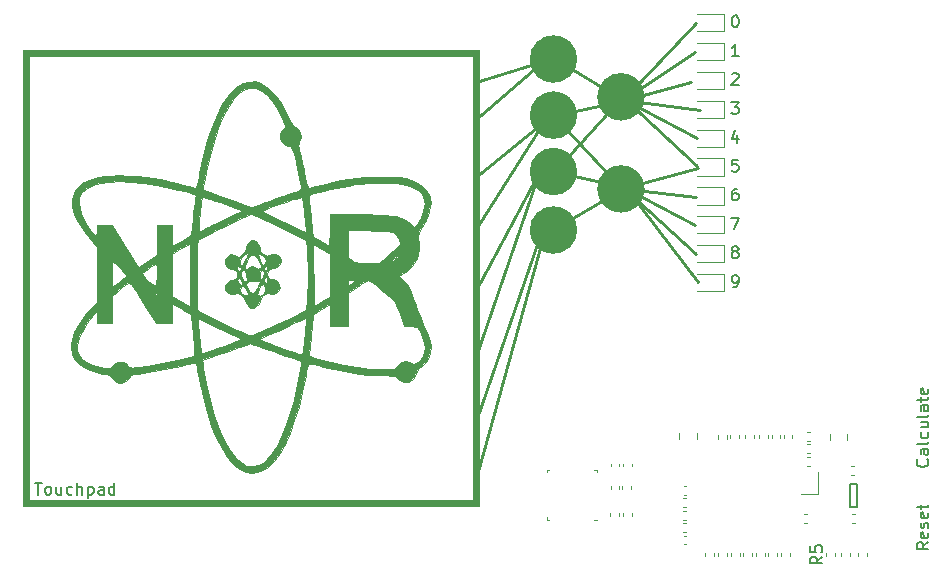
<source format=gto>
G04 #@! TF.GenerationSoftware,KiCad,Pcbnew,(5.1.8)-1*
G04 #@! TF.CreationDate,2020-12-31T16:53:10-05:00*
G04 #@! TF.ProjectId,trackpad_test,74726163-6b70-4616-945f-746573742e6b,rev?*
G04 #@! TF.SameCoordinates,Original*
G04 #@! TF.FileFunction,Legend,Top*
G04 #@! TF.FilePolarity,Positive*
%FSLAX46Y46*%
G04 Gerber Fmt 4.6, Leading zero omitted, Abs format (unit mm)*
G04 Created by KiCad (PCBNEW (5.1.8)-1) date 2020-12-31 16:53:10*
%MOMM*%
%LPD*%
G01*
G04 APERTURE LIST*
%ADD10C,2.000000*%
%ADD11C,0.254000*%
%ADD12C,0.150000*%
%ADD13C,0.200000*%
%ADD14C,0.120000*%
%ADD15C,0.010000*%
G04 APERTURE END LIST*
D10*
X115681000Y-96723200D02*
G75*
G03*
X115681000Y-96723200I-1000000J0D01*
G01*
X115681000Y-104521000D02*
G75*
G03*
X115681000Y-104521000I-1000000J0D01*
G01*
X109966000Y-108000800D02*
G75*
G03*
X109966000Y-108000800I-1000000J0D01*
G01*
X109966000Y-103047800D02*
G75*
G03*
X109966000Y-103047800I-1000000J0D01*
G01*
X109966000Y-98272600D02*
G75*
G03*
X109966000Y-98272600I-1000000J0D01*
G01*
X109966000Y-93522800D02*
G75*
G03*
X109966000Y-93522800I-1000000J0D01*
G01*
D11*
X102438200Y-95427800D02*
X108127800Y-93700600D01*
X102489000Y-128701800D02*
X108407200Y-107416600D01*
X102489000Y-123926600D02*
X108051600Y-107772200D01*
X102362000Y-118948200D02*
X108077000Y-102184200D01*
X108940600Y-98221800D02*
X114808000Y-104495600D01*
X109067600Y-102997000D02*
X114909600Y-96570800D01*
X115214400Y-104521000D02*
X121183400Y-112395000D01*
X115036600Y-104546400D02*
X121031000Y-110058200D01*
X115062000Y-104444800D02*
X120954800Y-107569000D01*
X115189000Y-104521000D02*
X121005600Y-105181400D01*
X114960400Y-104444800D02*
X121234200Y-102717600D01*
X114985800Y-96926400D02*
X121107200Y-102590600D01*
X114985800Y-97002600D02*
X121081800Y-100203000D01*
X114909600Y-96951800D02*
X121335800Y-97815400D01*
X114985800Y-97028000D02*
X120573800Y-95427800D01*
X114833400Y-97028000D02*
X120980200Y-92938600D01*
X114757200Y-97078800D02*
X121005600Y-90474800D01*
X108991400Y-107873800D02*
X114909600Y-104444800D01*
X109143800Y-103073200D02*
X114960400Y-104368600D01*
X108864400Y-98374200D02*
X114757200Y-97053400D01*
X109270800Y-93599000D02*
X114833400Y-96977200D01*
X102260400Y-98755200D02*
X108508800Y-93370400D01*
X102412800Y-103479600D02*
X108864400Y-98247200D01*
X102260400Y-108153200D02*
X108661200Y-98044000D01*
X102362000Y-113284000D02*
X108178600Y-102311200D01*
D12*
X65075228Y-129398780D02*
X65646657Y-129398780D01*
X65360942Y-130398780D02*
X65360942Y-129398780D01*
X66122847Y-130398780D02*
X66027609Y-130351161D01*
X65979990Y-130303542D01*
X65932371Y-130208304D01*
X65932371Y-129922590D01*
X65979990Y-129827352D01*
X66027609Y-129779733D01*
X66122847Y-129732114D01*
X66265704Y-129732114D01*
X66360942Y-129779733D01*
X66408561Y-129827352D01*
X66456180Y-129922590D01*
X66456180Y-130208304D01*
X66408561Y-130303542D01*
X66360942Y-130351161D01*
X66265704Y-130398780D01*
X66122847Y-130398780D01*
X67313323Y-129732114D02*
X67313323Y-130398780D01*
X66884752Y-129732114D02*
X66884752Y-130255923D01*
X66932371Y-130351161D01*
X67027609Y-130398780D01*
X67170466Y-130398780D01*
X67265704Y-130351161D01*
X67313323Y-130303542D01*
X68218085Y-130351161D02*
X68122847Y-130398780D01*
X67932371Y-130398780D01*
X67837133Y-130351161D01*
X67789514Y-130303542D01*
X67741895Y-130208304D01*
X67741895Y-129922590D01*
X67789514Y-129827352D01*
X67837133Y-129779733D01*
X67932371Y-129732114D01*
X68122847Y-129732114D01*
X68218085Y-129779733D01*
X68646657Y-130398780D02*
X68646657Y-129398780D01*
X69075228Y-130398780D02*
X69075228Y-129874971D01*
X69027609Y-129779733D01*
X68932371Y-129732114D01*
X68789514Y-129732114D01*
X68694276Y-129779733D01*
X68646657Y-129827352D01*
X69551419Y-129732114D02*
X69551419Y-130732114D01*
X69551419Y-129779733D02*
X69646657Y-129732114D01*
X69837133Y-129732114D01*
X69932371Y-129779733D01*
X69979990Y-129827352D01*
X70027609Y-129922590D01*
X70027609Y-130208304D01*
X69979990Y-130303542D01*
X69932371Y-130351161D01*
X69837133Y-130398780D01*
X69646657Y-130398780D01*
X69551419Y-130351161D01*
X70884752Y-130398780D02*
X70884752Y-129874971D01*
X70837133Y-129779733D01*
X70741895Y-129732114D01*
X70551419Y-129732114D01*
X70456180Y-129779733D01*
X70884752Y-130351161D02*
X70789514Y-130398780D01*
X70551419Y-130398780D01*
X70456180Y-130351161D01*
X70408561Y-130255923D01*
X70408561Y-130160685D01*
X70456180Y-130065447D01*
X70551419Y-130017828D01*
X70789514Y-130017828D01*
X70884752Y-129970209D01*
X71789514Y-130398780D02*
X71789514Y-129398780D01*
X71789514Y-130351161D02*
X71694276Y-130398780D01*
X71503800Y-130398780D01*
X71408561Y-130351161D01*
X71360942Y-130303542D01*
X71313323Y-130208304D01*
X71313323Y-129922590D01*
X71360942Y-129827352D01*
X71408561Y-129779733D01*
X71503800Y-129732114D01*
X71694276Y-129732114D01*
X71789514Y-129779733D01*
X140711180Y-134435695D02*
X140234990Y-134769028D01*
X140711180Y-135007123D02*
X139711180Y-135007123D01*
X139711180Y-134626171D01*
X139758800Y-134530933D01*
X139806419Y-134483314D01*
X139901657Y-134435695D01*
X140044514Y-134435695D01*
X140139752Y-134483314D01*
X140187371Y-134530933D01*
X140234990Y-134626171D01*
X140234990Y-135007123D01*
X140663561Y-133626171D02*
X140711180Y-133721409D01*
X140711180Y-133911885D01*
X140663561Y-134007123D01*
X140568323Y-134054742D01*
X140187371Y-134054742D01*
X140092133Y-134007123D01*
X140044514Y-133911885D01*
X140044514Y-133721409D01*
X140092133Y-133626171D01*
X140187371Y-133578552D01*
X140282609Y-133578552D01*
X140377847Y-134054742D01*
X140663561Y-133197600D02*
X140711180Y-133102361D01*
X140711180Y-132911885D01*
X140663561Y-132816647D01*
X140568323Y-132769028D01*
X140520704Y-132769028D01*
X140425466Y-132816647D01*
X140377847Y-132911885D01*
X140377847Y-133054742D01*
X140330228Y-133149980D01*
X140234990Y-133197600D01*
X140187371Y-133197600D01*
X140092133Y-133149980D01*
X140044514Y-133054742D01*
X140044514Y-132911885D01*
X140092133Y-132816647D01*
X140663561Y-131959504D02*
X140711180Y-132054742D01*
X140711180Y-132245219D01*
X140663561Y-132340457D01*
X140568323Y-132388076D01*
X140187371Y-132388076D01*
X140092133Y-132340457D01*
X140044514Y-132245219D01*
X140044514Y-132054742D01*
X140092133Y-131959504D01*
X140187371Y-131911885D01*
X140282609Y-131911885D01*
X140377847Y-132388076D01*
X140044514Y-131626171D02*
X140044514Y-131245219D01*
X139711180Y-131483314D02*
X140568323Y-131483314D01*
X140663561Y-131435695D01*
X140711180Y-131340457D01*
X140711180Y-131245219D01*
X140615942Y-127428285D02*
X140663561Y-127475904D01*
X140711180Y-127618761D01*
X140711180Y-127714000D01*
X140663561Y-127856857D01*
X140568323Y-127952095D01*
X140473085Y-127999714D01*
X140282609Y-128047333D01*
X140139752Y-128047333D01*
X139949276Y-127999714D01*
X139854038Y-127952095D01*
X139758800Y-127856857D01*
X139711180Y-127714000D01*
X139711180Y-127618761D01*
X139758800Y-127475904D01*
X139806419Y-127428285D01*
X140711180Y-126571142D02*
X140187371Y-126571142D01*
X140092133Y-126618761D01*
X140044514Y-126714000D01*
X140044514Y-126904476D01*
X140092133Y-126999714D01*
X140663561Y-126571142D02*
X140711180Y-126666380D01*
X140711180Y-126904476D01*
X140663561Y-126999714D01*
X140568323Y-127047333D01*
X140473085Y-127047333D01*
X140377847Y-126999714D01*
X140330228Y-126904476D01*
X140330228Y-126666380D01*
X140282609Y-126571142D01*
X140711180Y-125952095D02*
X140663561Y-126047333D01*
X140568323Y-126094952D01*
X139711180Y-126094952D01*
X140663561Y-125142571D02*
X140711180Y-125237809D01*
X140711180Y-125428285D01*
X140663561Y-125523523D01*
X140615942Y-125571142D01*
X140520704Y-125618761D01*
X140234990Y-125618761D01*
X140139752Y-125571142D01*
X140092133Y-125523523D01*
X140044514Y-125428285D01*
X140044514Y-125237809D01*
X140092133Y-125142571D01*
X140044514Y-124285428D02*
X140711180Y-124285428D01*
X140044514Y-124714000D02*
X140568323Y-124714000D01*
X140663561Y-124666380D01*
X140711180Y-124571142D01*
X140711180Y-124428285D01*
X140663561Y-124333047D01*
X140615942Y-124285428D01*
X140711180Y-123666380D02*
X140663561Y-123761619D01*
X140568323Y-123809238D01*
X139711180Y-123809238D01*
X140711180Y-122856857D02*
X140187371Y-122856857D01*
X140092133Y-122904476D01*
X140044514Y-122999714D01*
X140044514Y-123190190D01*
X140092133Y-123285428D01*
X140663561Y-122856857D02*
X140711180Y-122952095D01*
X140711180Y-123190190D01*
X140663561Y-123285428D01*
X140568323Y-123333047D01*
X140473085Y-123333047D01*
X140377847Y-123285428D01*
X140330228Y-123190190D01*
X140330228Y-122952095D01*
X140282609Y-122856857D01*
X140044514Y-122523523D02*
X140044514Y-122142571D01*
X139711180Y-122380666D02*
X140568323Y-122380666D01*
X140663561Y-122333047D01*
X140711180Y-122237809D01*
X140711180Y-122142571D01*
X140663561Y-121428285D02*
X140711180Y-121523523D01*
X140711180Y-121714000D01*
X140663561Y-121809238D01*
X140568323Y-121856857D01*
X140187371Y-121856857D01*
X140092133Y-121809238D01*
X140044514Y-121714000D01*
X140044514Y-121523523D01*
X140092133Y-121428285D01*
X140187371Y-121380666D01*
X140282609Y-121380666D01*
X140377847Y-121856857D01*
X124167923Y-112830680D02*
X124358400Y-112830680D01*
X124453638Y-112783061D01*
X124501257Y-112735442D01*
X124596495Y-112592585D01*
X124644114Y-112402109D01*
X124644114Y-112021157D01*
X124596495Y-111925919D01*
X124548876Y-111878300D01*
X124453638Y-111830680D01*
X124263161Y-111830680D01*
X124167923Y-111878300D01*
X124120304Y-111925919D01*
X124072685Y-112021157D01*
X124072685Y-112259252D01*
X124120304Y-112354490D01*
X124167923Y-112402109D01*
X124263161Y-112449728D01*
X124453638Y-112449728D01*
X124548876Y-112402109D01*
X124596495Y-112354490D01*
X124644114Y-112259252D01*
X124263161Y-109815204D02*
X124167923Y-109767585D01*
X124120304Y-109719966D01*
X124072685Y-109624728D01*
X124072685Y-109577109D01*
X124120304Y-109481871D01*
X124167923Y-109434252D01*
X124263161Y-109386632D01*
X124453638Y-109386632D01*
X124548876Y-109434252D01*
X124596495Y-109481871D01*
X124644114Y-109577109D01*
X124644114Y-109624728D01*
X124596495Y-109719966D01*
X124548876Y-109767585D01*
X124453638Y-109815204D01*
X124263161Y-109815204D01*
X124167923Y-109862823D01*
X124120304Y-109910442D01*
X124072685Y-110005680D01*
X124072685Y-110196156D01*
X124120304Y-110291394D01*
X124167923Y-110339013D01*
X124263161Y-110386632D01*
X124453638Y-110386632D01*
X124548876Y-110339013D01*
X124596495Y-110291394D01*
X124644114Y-110196156D01*
X124644114Y-110005680D01*
X124596495Y-109910442D01*
X124548876Y-109862823D01*
X124453638Y-109815204D01*
X124025066Y-106942588D02*
X124691733Y-106942588D01*
X124263161Y-107942588D01*
X124548876Y-104498544D02*
X124358400Y-104498544D01*
X124263161Y-104546164D01*
X124215542Y-104593783D01*
X124120304Y-104736640D01*
X124072685Y-104927116D01*
X124072685Y-105308068D01*
X124120304Y-105403306D01*
X124167923Y-105450925D01*
X124263161Y-105498544D01*
X124453638Y-105498544D01*
X124548876Y-105450925D01*
X124596495Y-105403306D01*
X124644114Y-105308068D01*
X124644114Y-105069973D01*
X124596495Y-104974735D01*
X124548876Y-104927116D01*
X124453638Y-104879497D01*
X124263161Y-104879497D01*
X124167923Y-104927116D01*
X124120304Y-104974735D01*
X124072685Y-105069973D01*
X124596495Y-102054500D02*
X124120304Y-102054500D01*
X124072685Y-102530691D01*
X124120304Y-102483072D01*
X124215542Y-102435453D01*
X124453638Y-102435453D01*
X124548876Y-102483072D01*
X124596495Y-102530691D01*
X124644114Y-102625929D01*
X124644114Y-102864024D01*
X124596495Y-102959262D01*
X124548876Y-103006881D01*
X124453638Y-103054500D01*
X124215542Y-103054500D01*
X124120304Y-103006881D01*
X124072685Y-102959262D01*
X124548876Y-99943790D02*
X124548876Y-100610456D01*
X124310780Y-99562837D02*
X124072685Y-100277123D01*
X124691733Y-100277123D01*
X124025066Y-97166412D02*
X124644114Y-97166412D01*
X124310780Y-97547365D01*
X124453638Y-97547365D01*
X124548876Y-97594984D01*
X124596495Y-97642603D01*
X124644114Y-97737841D01*
X124644114Y-97975936D01*
X124596495Y-98071174D01*
X124548876Y-98118793D01*
X124453638Y-98166412D01*
X124167923Y-98166412D01*
X124072685Y-98118793D01*
X124025066Y-98071174D01*
X124072685Y-94817607D02*
X124120304Y-94769988D01*
X124215542Y-94722368D01*
X124453638Y-94722368D01*
X124548876Y-94769988D01*
X124596495Y-94817607D01*
X124644114Y-94912845D01*
X124644114Y-95008083D01*
X124596495Y-95150940D01*
X124025066Y-95722368D01*
X124644114Y-95722368D01*
X124644114Y-93278324D02*
X124072685Y-93278324D01*
X124358400Y-93278324D02*
X124358400Y-92278324D01*
X124263161Y-92421182D01*
X124167923Y-92516420D01*
X124072685Y-92564039D01*
X124310780Y-89834280D02*
X124406019Y-89834280D01*
X124501257Y-89881900D01*
X124548876Y-89929519D01*
X124596495Y-90024757D01*
X124644114Y-90215233D01*
X124644114Y-90453328D01*
X124596495Y-90643804D01*
X124548876Y-90739042D01*
X124501257Y-90786661D01*
X124406019Y-90834280D01*
X124310780Y-90834280D01*
X124215542Y-90786661D01*
X124167923Y-90739042D01*
X124120304Y-90643804D01*
X124072685Y-90453328D01*
X124072685Y-90215233D01*
X124120304Y-90024757D01*
X124167923Y-89929519D01*
X124215542Y-89881900D01*
X124310780Y-89834280D01*
D13*
X134699200Y-129469400D02*
X134099200Y-129469400D01*
X134099200Y-129469400D02*
X134099200Y-131469400D01*
X134099200Y-131469400D02*
X134699200Y-131469400D01*
X134699200Y-131469400D02*
X134699200Y-129469400D01*
D14*
X132055600Y-135637241D02*
X132055600Y-135329959D01*
X132815600Y-135637241D02*
X132815600Y-135329959D01*
X131381400Y-130311400D02*
X131381400Y-128461400D01*
X129931400Y-130311400D02*
X131381400Y-130311400D01*
D15*
G36*
X83762475Y-108949273D02*
G01*
X83970852Y-109145459D01*
X84088091Y-109411877D01*
X84099400Y-109524441D01*
X84142617Y-109739246D01*
X84296007Y-109928685D01*
X84394065Y-110008854D01*
X84585582Y-110144941D01*
X84716795Y-110186155D01*
X84859329Y-110143774D01*
X84953093Y-110096899D01*
X85172457Y-110010810D01*
X85362258Y-110025245D01*
X85465996Y-110063141D01*
X85728286Y-110242319D01*
X85861008Y-110480507D01*
X85872624Y-110738628D01*
X85771597Y-110977605D01*
X85566391Y-111158361D01*
X85265468Y-111241819D01*
X85210358Y-111243533D01*
X84978399Y-111266769D01*
X84847097Y-111358714D01*
X84790270Y-111459301D01*
X84746483Y-111718197D01*
X84825348Y-111957501D01*
X84998340Y-112125830D01*
X85187482Y-112174866D01*
X85436797Y-112243316D01*
X85608641Y-112370823D01*
X85764236Y-112633883D01*
X85781526Y-112904818D01*
X85685535Y-113150595D01*
X85501287Y-113338183D01*
X85253808Y-113434550D01*
X84968121Y-113406663D01*
X84859772Y-113359328D01*
X84731076Y-113328520D01*
X84581789Y-113392229D01*
X84399671Y-113537432D01*
X84198397Y-113757974D01*
X84102837Y-113958632D01*
X84099400Y-113994591D01*
X84022802Y-114254706D01*
X83824414Y-114473495D01*
X83572364Y-114592900D01*
X83390025Y-114602248D01*
X83219595Y-114513563D01*
X83085530Y-114391356D01*
X82915481Y-114171465D01*
X82832028Y-113961085D01*
X82829400Y-113927095D01*
X82768536Y-113744061D01*
X82618147Y-113559950D01*
X82426537Y-113414411D01*
X82242008Y-113347094D01*
X82145731Y-113365907D01*
X81871166Y-113449478D01*
X81575631Y-113405731D01*
X81333235Y-113247469D01*
X81311545Y-113221781D01*
X81263463Y-113137613D01*
X82398776Y-113137613D01*
X82534169Y-113309143D01*
X82636848Y-113388267D01*
X82855651Y-113522435D01*
X82996261Y-113547018D01*
X83059005Y-113514645D01*
X83128291Y-113417182D01*
X83115104Y-113378766D01*
X83893442Y-113378766D01*
X83930699Y-113487853D01*
X83934141Y-113492109D01*
X84082664Y-113558997D01*
X84283465Y-113465002D01*
X84464983Y-113292568D01*
X84565955Y-113125430D01*
X84561782Y-112918568D01*
X84544813Y-112845985D01*
X84459388Y-112619459D01*
X84356971Y-112553342D01*
X84230257Y-112649008D01*
X84071943Y-112907833D01*
X84056529Y-112937926D01*
X83932441Y-113208792D01*
X83893442Y-113378766D01*
X83115104Y-113378766D01*
X83083157Y-113285700D01*
X83056149Y-113242416D01*
X82920435Y-113018339D01*
X82836670Y-112867900D01*
X82742491Y-112736776D01*
X82646407Y-112746891D01*
X82607206Y-112776270D01*
X82423623Y-112970338D01*
X82398776Y-113137613D01*
X81263463Y-113137613D01*
X81162711Y-112961247D01*
X81168161Y-112724320D01*
X81329191Y-112467815D01*
X81334333Y-112461810D01*
X81581398Y-112271858D01*
X81662267Y-112256350D01*
X82214357Y-112256350D01*
X82251036Y-112410106D01*
X82307523Y-112516678D01*
X82415076Y-112673846D01*
X82499406Y-112696101D01*
X82541382Y-112663808D01*
X82930287Y-112663808D01*
X82998121Y-112832198D01*
X83075141Y-112981080D01*
X83256080Y-113257204D01*
X83427682Y-113372092D01*
X83600071Y-113324218D01*
X83783370Y-113112056D01*
X83930066Y-112852200D01*
X84069879Y-112545542D01*
X84110901Y-112374836D01*
X84079452Y-112335372D01*
X83850084Y-112327937D01*
X84426306Y-112327937D01*
X84461547Y-112418480D01*
X84601086Y-112507527D01*
X84699186Y-112436208D01*
X84727261Y-112374605D01*
X84748146Y-112202499D01*
X84711934Y-112027464D01*
X84637466Y-111925850D01*
X84615284Y-111920866D01*
X84516058Y-111992373D01*
X84444947Y-112154341D01*
X84426306Y-112327937D01*
X83850084Y-112327937D01*
X83628735Y-112320762D01*
X83274837Y-112355229D01*
X83047619Y-112435198D01*
X83013032Y-112462948D01*
X82937365Y-112558302D01*
X82930287Y-112663808D01*
X82541382Y-112663808D01*
X82561730Y-112648154D01*
X82625220Y-112545053D01*
X82601538Y-112405968D01*
X82530171Y-112253934D01*
X82429848Y-112078409D01*
X82361000Y-112037119D01*
X82285075Y-112110123D01*
X82275963Y-112122458D01*
X82214357Y-112256350D01*
X81662267Y-112256350D01*
X81792839Y-112231311D01*
X82036156Y-112163993D01*
X82175505Y-111984455D01*
X82192960Y-111726323D01*
X82187918Y-111709243D01*
X82484509Y-111709243D01*
X82494767Y-111856109D01*
X82589818Y-112061122D01*
X82606032Y-112090915D01*
X82727748Y-112286302D01*
X82823233Y-112351818D01*
X82926174Y-112316989D01*
X83021565Y-112206751D01*
X83017391Y-112136753D01*
X82996559Y-112075414D01*
X84127675Y-112075414D01*
X84170106Y-112194520D01*
X84255909Y-112154628D01*
X84368718Y-111974958D01*
X84466438Y-111741758D01*
X84469016Y-111575402D01*
X84432713Y-111487531D01*
X84328991Y-111375435D01*
X84234639Y-111419043D01*
X84162637Y-111604765D01*
X84133455Y-111800890D01*
X84127675Y-112075414D01*
X82996559Y-112075414D01*
X82970994Y-112000145D01*
X82925584Y-111774087D01*
X82917034Y-111716091D01*
X82851835Y-111459024D01*
X82754365Y-111358190D01*
X82635194Y-111418519D01*
X82551563Y-111545606D01*
X82484509Y-111709243D01*
X82187918Y-111709243D01*
X82146310Y-111568304D01*
X82027878Y-111387280D01*
X81841570Y-111329188D01*
X81799279Y-111328200D01*
X81650622Y-111288132D01*
X82191726Y-111288132D01*
X82241918Y-111422555D01*
X82327076Y-111541057D01*
X82396768Y-111512639D01*
X82413870Y-111487805D01*
X82481270Y-111299450D01*
X82489436Y-111222366D01*
X82450423Y-111143964D01*
X82823794Y-111143964D01*
X82856923Y-111237189D01*
X82963920Y-111306292D01*
X82995558Y-111305374D01*
X83096336Y-111253488D01*
X83276713Y-111162710D01*
X83282761Y-111159688D01*
X83469821Y-111087214D01*
X83626022Y-111107172D01*
X83779784Y-111185482D01*
X83986512Y-111276270D01*
X84123050Y-111256258D01*
X84149093Y-111237424D01*
X84152566Y-111231911D01*
X84488842Y-111231911D01*
X84494491Y-111292056D01*
X84582585Y-111404517D01*
X84679369Y-111357939D01*
X84736425Y-111237152D01*
X84761742Y-111077135D01*
X84744176Y-111013421D01*
X84649496Y-111009625D01*
X84546313Y-111102621D01*
X84488842Y-111231911D01*
X84152566Y-111231911D01*
X84198640Y-111158783D01*
X84183156Y-111029531D01*
X84094000Y-110812539D01*
X84010685Y-110642847D01*
X83866810Y-110372637D01*
X83755528Y-110222282D01*
X83639948Y-110157216D01*
X83483176Y-110142874D01*
X83477043Y-110142866D01*
X83318898Y-110154922D01*
X83208557Y-110215009D01*
X83110378Y-110359010D01*
X82988720Y-110622806D01*
X82979793Y-110643464D01*
X82860383Y-110952641D01*
X82823794Y-111143964D01*
X82450423Y-111143964D01*
X82429595Y-111102110D01*
X82301721Y-111078987D01*
X82195481Y-111157116D01*
X82191726Y-111288132D01*
X81650622Y-111288132D01*
X81529790Y-111255564D01*
X81343884Y-111120381D01*
X81177886Y-110862496D01*
X81155430Y-110639536D01*
X82409426Y-110639536D01*
X82413768Y-110839618D01*
X82502801Y-110966859D01*
X82594170Y-110989533D01*
X82665459Y-110918264D01*
X82774604Y-110733113D01*
X82876392Y-110521452D01*
X82985999Y-110267515D01*
X83061043Y-110081993D01*
X83069235Y-110056878D01*
X83945519Y-110056878D01*
X84010679Y-110278478D01*
X84157882Y-110603622D01*
X84295910Y-110861983D01*
X84395546Y-110983399D01*
X84476794Y-110989871D01*
X84496548Y-110976130D01*
X84574843Y-110831811D01*
X84607400Y-110614088D01*
X84557518Y-110373002D01*
X84382586Y-110178306D01*
X84356828Y-110158788D01*
X84116555Y-110001590D01*
X83980131Y-109966101D01*
X83945519Y-110056878D01*
X83069235Y-110056878D01*
X83083400Y-110013452D01*
X83027689Y-109966622D01*
X82887785Y-110016568D01*
X82704529Y-110145872D01*
X82643532Y-110201040D01*
X82486954Y-110411661D01*
X82409426Y-110639536D01*
X81155430Y-110639536D01*
X81151230Y-110597836D01*
X81238123Y-110357094D01*
X81412769Y-110170961D01*
X81649376Y-110070130D01*
X81922149Y-110085293D01*
X82128547Y-110186722D01*
X82250789Y-110255396D01*
X82359530Y-110244984D01*
X82509432Y-110140168D01*
X82613052Y-110050951D01*
X82817094Y-109836367D01*
X82903759Y-109631954D01*
X82914066Y-109502394D01*
X82986074Y-109205961D01*
X83175786Y-108983440D01*
X83443733Y-108876669D01*
X83507939Y-108872866D01*
X83762475Y-108949273D01*
G37*
X83762475Y-108949273D02*
X83970852Y-109145459D01*
X84088091Y-109411877D01*
X84099400Y-109524441D01*
X84142617Y-109739246D01*
X84296007Y-109928685D01*
X84394065Y-110008854D01*
X84585582Y-110144941D01*
X84716795Y-110186155D01*
X84859329Y-110143774D01*
X84953093Y-110096899D01*
X85172457Y-110010810D01*
X85362258Y-110025245D01*
X85465996Y-110063141D01*
X85728286Y-110242319D01*
X85861008Y-110480507D01*
X85872624Y-110738628D01*
X85771597Y-110977605D01*
X85566391Y-111158361D01*
X85265468Y-111241819D01*
X85210358Y-111243533D01*
X84978399Y-111266769D01*
X84847097Y-111358714D01*
X84790270Y-111459301D01*
X84746483Y-111718197D01*
X84825348Y-111957501D01*
X84998340Y-112125830D01*
X85187482Y-112174866D01*
X85436797Y-112243316D01*
X85608641Y-112370823D01*
X85764236Y-112633883D01*
X85781526Y-112904818D01*
X85685535Y-113150595D01*
X85501287Y-113338183D01*
X85253808Y-113434550D01*
X84968121Y-113406663D01*
X84859772Y-113359328D01*
X84731076Y-113328520D01*
X84581789Y-113392229D01*
X84399671Y-113537432D01*
X84198397Y-113757974D01*
X84102837Y-113958632D01*
X84099400Y-113994591D01*
X84022802Y-114254706D01*
X83824414Y-114473495D01*
X83572364Y-114592900D01*
X83390025Y-114602248D01*
X83219595Y-114513563D01*
X83085530Y-114391356D01*
X82915481Y-114171465D01*
X82832028Y-113961085D01*
X82829400Y-113927095D01*
X82768536Y-113744061D01*
X82618147Y-113559950D01*
X82426537Y-113414411D01*
X82242008Y-113347094D01*
X82145731Y-113365907D01*
X81871166Y-113449478D01*
X81575631Y-113405731D01*
X81333235Y-113247469D01*
X81311545Y-113221781D01*
X81263463Y-113137613D01*
X82398776Y-113137613D01*
X82534169Y-113309143D01*
X82636848Y-113388267D01*
X82855651Y-113522435D01*
X82996261Y-113547018D01*
X83059005Y-113514645D01*
X83128291Y-113417182D01*
X83115104Y-113378766D01*
X83893442Y-113378766D01*
X83930699Y-113487853D01*
X83934141Y-113492109D01*
X84082664Y-113558997D01*
X84283465Y-113465002D01*
X84464983Y-113292568D01*
X84565955Y-113125430D01*
X84561782Y-112918568D01*
X84544813Y-112845985D01*
X84459388Y-112619459D01*
X84356971Y-112553342D01*
X84230257Y-112649008D01*
X84071943Y-112907833D01*
X84056529Y-112937926D01*
X83932441Y-113208792D01*
X83893442Y-113378766D01*
X83115104Y-113378766D01*
X83083157Y-113285700D01*
X83056149Y-113242416D01*
X82920435Y-113018339D01*
X82836670Y-112867900D01*
X82742491Y-112736776D01*
X82646407Y-112746891D01*
X82607206Y-112776270D01*
X82423623Y-112970338D01*
X82398776Y-113137613D01*
X81263463Y-113137613D01*
X81162711Y-112961247D01*
X81168161Y-112724320D01*
X81329191Y-112467815D01*
X81334333Y-112461810D01*
X81581398Y-112271858D01*
X81662267Y-112256350D01*
X82214357Y-112256350D01*
X82251036Y-112410106D01*
X82307523Y-112516678D01*
X82415076Y-112673846D01*
X82499406Y-112696101D01*
X82541382Y-112663808D01*
X82930287Y-112663808D01*
X82998121Y-112832198D01*
X83075141Y-112981080D01*
X83256080Y-113257204D01*
X83427682Y-113372092D01*
X83600071Y-113324218D01*
X83783370Y-113112056D01*
X83930066Y-112852200D01*
X84069879Y-112545542D01*
X84110901Y-112374836D01*
X84079452Y-112335372D01*
X83850084Y-112327937D01*
X84426306Y-112327937D01*
X84461547Y-112418480D01*
X84601086Y-112507527D01*
X84699186Y-112436208D01*
X84727261Y-112374605D01*
X84748146Y-112202499D01*
X84711934Y-112027464D01*
X84637466Y-111925850D01*
X84615284Y-111920866D01*
X84516058Y-111992373D01*
X84444947Y-112154341D01*
X84426306Y-112327937D01*
X83850084Y-112327937D01*
X83628735Y-112320762D01*
X83274837Y-112355229D01*
X83047619Y-112435198D01*
X83013032Y-112462948D01*
X82937365Y-112558302D01*
X82930287Y-112663808D01*
X82541382Y-112663808D01*
X82561730Y-112648154D01*
X82625220Y-112545053D01*
X82601538Y-112405968D01*
X82530171Y-112253934D01*
X82429848Y-112078409D01*
X82361000Y-112037119D01*
X82285075Y-112110123D01*
X82275963Y-112122458D01*
X82214357Y-112256350D01*
X81662267Y-112256350D01*
X81792839Y-112231311D01*
X82036156Y-112163993D01*
X82175505Y-111984455D01*
X82192960Y-111726323D01*
X82187918Y-111709243D01*
X82484509Y-111709243D01*
X82494767Y-111856109D01*
X82589818Y-112061122D01*
X82606032Y-112090915D01*
X82727748Y-112286302D01*
X82823233Y-112351818D01*
X82926174Y-112316989D01*
X83021565Y-112206751D01*
X83017391Y-112136753D01*
X82996559Y-112075414D01*
X84127675Y-112075414D01*
X84170106Y-112194520D01*
X84255909Y-112154628D01*
X84368718Y-111974958D01*
X84466438Y-111741758D01*
X84469016Y-111575402D01*
X84432713Y-111487531D01*
X84328991Y-111375435D01*
X84234639Y-111419043D01*
X84162637Y-111604765D01*
X84133455Y-111800890D01*
X84127675Y-112075414D01*
X82996559Y-112075414D01*
X82970994Y-112000145D01*
X82925584Y-111774087D01*
X82917034Y-111716091D01*
X82851835Y-111459024D01*
X82754365Y-111358190D01*
X82635194Y-111418519D01*
X82551563Y-111545606D01*
X82484509Y-111709243D01*
X82187918Y-111709243D01*
X82146310Y-111568304D01*
X82027878Y-111387280D01*
X81841570Y-111329188D01*
X81799279Y-111328200D01*
X81650622Y-111288132D01*
X82191726Y-111288132D01*
X82241918Y-111422555D01*
X82327076Y-111541057D01*
X82396768Y-111512639D01*
X82413870Y-111487805D01*
X82481270Y-111299450D01*
X82489436Y-111222366D01*
X82450423Y-111143964D01*
X82823794Y-111143964D01*
X82856923Y-111237189D01*
X82963920Y-111306292D01*
X82995558Y-111305374D01*
X83096336Y-111253488D01*
X83276713Y-111162710D01*
X83282761Y-111159688D01*
X83469821Y-111087214D01*
X83626022Y-111107172D01*
X83779784Y-111185482D01*
X83986512Y-111276270D01*
X84123050Y-111256258D01*
X84149093Y-111237424D01*
X84152566Y-111231911D01*
X84488842Y-111231911D01*
X84494491Y-111292056D01*
X84582585Y-111404517D01*
X84679369Y-111357939D01*
X84736425Y-111237152D01*
X84761742Y-111077135D01*
X84744176Y-111013421D01*
X84649496Y-111009625D01*
X84546313Y-111102621D01*
X84488842Y-111231911D01*
X84152566Y-111231911D01*
X84198640Y-111158783D01*
X84183156Y-111029531D01*
X84094000Y-110812539D01*
X84010685Y-110642847D01*
X83866810Y-110372637D01*
X83755528Y-110222282D01*
X83639948Y-110157216D01*
X83483176Y-110142874D01*
X83477043Y-110142866D01*
X83318898Y-110154922D01*
X83208557Y-110215009D01*
X83110378Y-110359010D01*
X82988720Y-110622806D01*
X82979793Y-110643464D01*
X82860383Y-110952641D01*
X82823794Y-111143964D01*
X82450423Y-111143964D01*
X82429595Y-111102110D01*
X82301721Y-111078987D01*
X82195481Y-111157116D01*
X82191726Y-111288132D01*
X81650622Y-111288132D01*
X81529790Y-111255564D01*
X81343884Y-111120381D01*
X81177886Y-110862496D01*
X81155430Y-110639536D01*
X82409426Y-110639536D01*
X82413768Y-110839618D01*
X82502801Y-110966859D01*
X82594170Y-110989533D01*
X82665459Y-110918264D01*
X82774604Y-110733113D01*
X82876392Y-110521452D01*
X82985999Y-110267515D01*
X83061043Y-110081993D01*
X83069235Y-110056878D01*
X83945519Y-110056878D01*
X84010679Y-110278478D01*
X84157882Y-110603622D01*
X84295910Y-110861983D01*
X84395546Y-110983399D01*
X84476794Y-110989871D01*
X84496548Y-110976130D01*
X84574843Y-110831811D01*
X84607400Y-110614088D01*
X84557518Y-110373002D01*
X84382586Y-110178306D01*
X84356828Y-110158788D01*
X84116555Y-110001590D01*
X83980131Y-109966101D01*
X83945519Y-110056878D01*
X83069235Y-110056878D01*
X83083400Y-110013452D01*
X83027689Y-109966622D01*
X82887785Y-110016568D01*
X82704529Y-110145872D01*
X82643532Y-110201040D01*
X82486954Y-110411661D01*
X82409426Y-110639536D01*
X81155430Y-110639536D01*
X81151230Y-110597836D01*
X81238123Y-110357094D01*
X81412769Y-110170961D01*
X81649376Y-110070130D01*
X81922149Y-110085293D01*
X82128547Y-110186722D01*
X82250789Y-110255396D01*
X82359530Y-110244984D01*
X82509432Y-110140168D01*
X82613052Y-110050951D01*
X82817094Y-109836367D01*
X82903759Y-109631954D01*
X82914066Y-109502394D01*
X82986074Y-109205961D01*
X83175786Y-108983440D01*
X83443733Y-108876669D01*
X83507939Y-108872866D01*
X83762475Y-108949273D01*
G36*
X83966876Y-95473347D02*
G01*
X84279871Y-95603637D01*
X84305565Y-95616133D01*
X84816273Y-95951147D01*
X85314041Y-96446421D01*
X85791897Y-97092984D01*
X86242872Y-97881869D01*
X86514854Y-98458866D01*
X86718473Y-98869319D01*
X86901741Y-99121376D01*
X87008492Y-99202388D01*
X87330902Y-99445672D01*
X87517132Y-99764711D01*
X87556243Y-100127684D01*
X87448344Y-100481949D01*
X87384234Y-100637324D01*
X87371062Y-100797850D01*
X87409718Y-101023084D01*
X87459365Y-101218578D01*
X87523141Y-101477996D01*
X87610248Y-101860680D01*
X87711247Y-102323766D01*
X87816702Y-102824388D01*
X87867708Y-103073200D01*
X87964033Y-103526605D01*
X88054827Y-103915290D01*
X88132990Y-104211717D01*
X88191420Y-104388350D01*
X88216520Y-104425984D01*
X88322060Y-104405946D01*
X88559074Y-104352400D01*
X88894780Y-104272993D01*
X89296398Y-104175370D01*
X89391066Y-104152029D01*
X90262781Y-103944120D01*
X91016444Y-103783821D01*
X91694750Y-103665508D01*
X92340397Y-103583556D01*
X92996079Y-103532343D01*
X93704495Y-103506244D01*
X94344066Y-103499657D01*
X94946749Y-103500158D01*
X95410508Y-103505730D01*
X95765733Y-103518798D01*
X96042814Y-103541786D01*
X96272139Y-103577118D01*
X96484098Y-103627216D01*
X96682709Y-103686172D01*
X97322604Y-103937266D01*
X97817441Y-104247319D01*
X98185134Y-104629305D01*
X98349616Y-104893533D01*
X98485515Y-105177184D01*
X98552741Y-105411817D01*
X98567359Y-105677849D01*
X98555132Y-105922313D01*
X98449194Y-106502596D01*
X98217745Y-107128610D01*
X97878766Y-107756173D01*
X97701924Y-108018982D01*
X97542599Y-108257754D01*
X97473536Y-108428978D01*
X97476436Y-108595064D01*
X97501206Y-108703533D01*
X97552120Y-109078677D01*
X97544942Y-109531884D01*
X97486559Y-109993143D01*
X97383860Y-110392443D01*
X97320264Y-110542679D01*
X96968624Y-111082114D01*
X96539573Y-111490773D01*
X96241868Y-111670351D01*
X95861111Y-111854672D01*
X96158182Y-112143184D01*
X96352916Y-112351302D01*
X96527795Y-112586800D01*
X96696080Y-112875564D01*
X96871029Y-113243479D01*
X97065902Y-113716430D01*
X97293959Y-114320303D01*
X97345374Y-114460866D01*
X97537240Y-114971472D01*
X97742244Y-115490023D01*
X97940293Y-115967375D01*
X98111293Y-116354382D01*
X98169803Y-116477327D01*
X98446601Y-117172073D01*
X98570779Y-117814686D01*
X98543480Y-118398690D01*
X98365850Y-118917613D01*
X98039032Y-119364980D01*
X97597812Y-119713859D01*
X97372547Y-119906197D01*
X97307400Y-120091609D01*
X97237425Y-120328580D01*
X97060836Y-120573276D01*
X96827632Y-120769041D01*
X96636548Y-120851776D01*
X96361532Y-120851720D01*
X96064658Y-120764138D01*
X95816408Y-120616438D01*
X95708801Y-120491013D01*
X95663924Y-120430578D01*
X95586832Y-120385410D01*
X95452749Y-120352142D01*
X95236899Y-120327411D01*
X94914505Y-120307849D01*
X94460791Y-120290093D01*
X94156820Y-120280207D01*
X93297246Y-120238142D01*
X92484992Y-120163732D01*
X91673621Y-120050012D01*
X90816695Y-119890019D01*
X89867777Y-119676787D01*
X89448195Y-119574066D01*
X89019729Y-119470032D01*
X88652710Y-119386401D01*
X88376817Y-119329508D01*
X88221732Y-119305687D01*
X88199209Y-119307501D01*
X88170941Y-119400332D01*
X88121189Y-119625571D01*
X88057133Y-119948735D01*
X87990456Y-120310075D01*
X87714394Y-121682761D01*
X87395885Y-122956640D01*
X87038934Y-124122887D01*
X86647550Y-125172677D01*
X86225740Y-126097186D01*
X85777511Y-126887590D01*
X85306870Y-127535064D01*
X84817825Y-128030784D01*
X84337476Y-128354323D01*
X83893366Y-128509966D01*
X83409388Y-128564899D01*
X82960875Y-128511894D01*
X82896489Y-128492599D01*
X82357202Y-128227664D01*
X81836458Y-127799468D01*
X81337314Y-127213377D01*
X80862831Y-126474753D01*
X80416066Y-125588962D01*
X80000078Y-124561367D01*
X79617926Y-123397332D01*
X79287506Y-122163798D01*
X79169377Y-121650754D01*
X79049974Y-121089642D01*
X78945174Y-120557205D01*
X78884939Y-120218200D01*
X78818933Y-119845716D01*
X78755525Y-119535531D01*
X78703028Y-119325832D01*
X78675750Y-119257395D01*
X78575823Y-119251497D01*
X78342607Y-119283393D01*
X78006527Y-119347614D01*
X77598007Y-119438689D01*
X77398195Y-119487088D01*
X76521322Y-119688861D01*
X75587965Y-119875936D01*
X74665773Y-120035849D01*
X73822399Y-120156136D01*
X73666041Y-120174694D01*
X73378489Y-120218180D01*
X73209635Y-120281839D01*
X73108888Y-120389761D01*
X73073374Y-120456899D01*
X72864414Y-120722413D01*
X72572187Y-120875946D01*
X72242203Y-120915471D01*
X71919973Y-120838963D01*
X71651006Y-120644397D01*
X71563170Y-120524118D01*
X71463933Y-120379035D01*
X71345725Y-120285551D01*
X71162476Y-120221871D01*
X70868115Y-120166202D01*
X70775632Y-120151584D01*
X69961681Y-119970853D01*
X69293550Y-119707541D01*
X68772020Y-119366461D01*
X68397874Y-118952429D01*
X68171894Y-118470256D01*
X68094861Y-117924757D01*
X68121186Y-117706025D01*
X68630981Y-117706025D01*
X68633850Y-118192538D01*
X68784526Y-118604710D01*
X69086676Y-118952644D01*
X69536733Y-119242792D01*
X69735601Y-119335123D01*
X69951635Y-119413308D01*
X70223514Y-119488167D01*
X70589916Y-119570517D01*
X71018400Y-119657211D01*
X71280946Y-119691465D01*
X71459871Y-119649322D01*
X71632051Y-119508366D01*
X71672231Y-119466569D01*
X71871397Y-119297180D01*
X72065909Y-119193614D01*
X72095295Y-119186021D01*
X72418614Y-119189612D01*
X72739403Y-119296712D01*
X72978886Y-119480732D01*
X72982757Y-119485587D01*
X73069286Y-119582376D01*
X73167181Y-119635362D01*
X73319029Y-119650956D01*
X73567415Y-119635569D01*
X73813583Y-119610637D01*
X74555607Y-119513649D01*
X75401518Y-119371889D01*
X76295168Y-119195917D01*
X77098509Y-119014758D01*
X79231066Y-119014758D01*
X79257452Y-119256646D01*
X79282385Y-119418199D01*
X79334755Y-119712732D01*
X79408431Y-120107255D01*
X79497280Y-120568775D01*
X79569952Y-120937866D01*
X79894067Y-122390802D01*
X80257488Y-123687638D01*
X80659473Y-124826549D01*
X81099280Y-125805708D01*
X81576166Y-126623292D01*
X82089387Y-127277475D01*
X82193346Y-127385556D01*
X82490761Y-127667154D01*
X82727101Y-127844337D01*
X82945678Y-127946021D01*
X83088583Y-127983286D01*
X83568148Y-128017504D01*
X84015116Y-127905377D01*
X84360817Y-127716340D01*
X84744214Y-127384589D01*
X85133652Y-126900097D01*
X85521486Y-126278905D01*
X85900071Y-125537052D01*
X86261765Y-124690577D01*
X86598921Y-123755520D01*
X86903896Y-122747921D01*
X87106832Y-121954597D01*
X87192736Y-121574164D01*
X87284523Y-121139411D01*
X87376551Y-120680721D01*
X87463175Y-120228473D01*
X87538751Y-119813050D01*
X87597636Y-119464831D01*
X87634186Y-119214199D01*
X87642757Y-119091534D01*
X87640003Y-119084499D01*
X87552110Y-119053672D01*
X87343180Y-118986583D01*
X87054159Y-118896322D01*
X86978066Y-118872863D01*
X86684486Y-118777198D01*
X86273955Y-118636058D01*
X85939822Y-118517816D01*
X88298121Y-118517816D01*
X88308593Y-118620176D01*
X88369889Y-118698325D01*
X88513200Y-118769878D01*
X88769721Y-118852452D01*
X89010066Y-118919863D01*
X90124459Y-119198232D01*
X91258009Y-119430361D01*
X92369387Y-119609725D01*
X93417267Y-119729796D01*
X94360322Y-119784049D01*
X94495624Y-119786158D01*
X95451516Y-119794866D01*
X95773681Y-119456200D01*
X95992184Y-119249642D01*
X96176700Y-119147930D01*
X96391369Y-119117904D01*
X96428785Y-119117533D01*
X96697548Y-119150799D01*
X96923351Y-119232457D01*
X96948419Y-119248301D01*
X97144396Y-119331861D01*
X97294313Y-119293870D01*
X97500001Y-119136186D01*
X97724356Y-118895766D01*
X97918065Y-118632694D01*
X98031813Y-118407053D01*
X98036798Y-118389235D01*
X98065793Y-118016969D01*
X98002175Y-117561901D01*
X97856185Y-117075747D01*
X97711592Y-116746866D01*
X97433275Y-116196533D01*
X96883504Y-116154200D01*
X96333733Y-116111866D01*
X95952733Y-115087565D01*
X95788426Y-114655182D01*
X95657160Y-114344973D01*
X95536671Y-114119066D01*
X95404693Y-113939588D01*
X95238965Y-113768668D01*
X95106066Y-113647317D01*
X94707695Y-113300214D01*
X94316724Y-112975218D01*
X93956804Y-112690490D01*
X93651585Y-112464193D01*
X93424717Y-112314490D01*
X93299850Y-112259543D01*
X93298978Y-112259533D01*
X93183550Y-112305155D01*
X92962534Y-112429084D01*
X92668636Y-112611918D01*
X92363125Y-112814702D01*
X91550066Y-113369872D01*
X91550066Y-116154200D01*
X90026066Y-116154200D01*
X90026066Y-114285786D01*
X89454566Y-114606306D01*
X89161242Y-114771813D01*
X88913203Y-114913563D01*
X88758328Y-115004162D01*
X88746577Y-115011346D01*
X88693731Y-115075939D01*
X88646226Y-115213127D01*
X88600583Y-115443315D01*
X88553324Y-115786907D01*
X88500972Y-116264308D01*
X88457965Y-116704533D01*
X88409657Y-117221661D01*
X88366841Y-117691916D01*
X88332195Y-118084909D01*
X88308399Y-118370248D01*
X88298131Y-118517544D01*
X88298121Y-118517816D01*
X85939822Y-118517816D01*
X85787845Y-118464035D01*
X85267526Y-118275720D01*
X84887735Y-118135555D01*
X84416953Y-117962600D01*
X83996066Y-117812465D01*
X83652623Y-117694617D01*
X83414176Y-117618526D01*
X83310574Y-117593533D01*
X83159322Y-117625192D01*
X82932159Y-117704077D01*
X82860906Y-117733306D01*
X82680952Y-117803614D01*
X82371077Y-117917842D01*
X81961582Y-118065108D01*
X81482765Y-118234534D01*
X80964927Y-118415236D01*
X80882066Y-118443919D01*
X79231066Y-119014758D01*
X77098509Y-119014758D01*
X77180405Y-118996290D01*
X77495400Y-118918335D01*
X78553733Y-118649385D01*
X78548128Y-118311959D01*
X78535567Y-117983941D01*
X78509273Y-117575499D01*
X78472510Y-117118181D01*
X78428543Y-116643537D01*
X78380636Y-116183116D01*
X78332055Y-115768468D01*
X78302629Y-115552638D01*
X78862352Y-115552638D01*
X78864131Y-115747417D01*
X78878705Y-115921366D01*
X78906423Y-116185913D01*
X78945007Y-116565623D01*
X78989078Y-117007107D01*
X79028002Y-117403033D01*
X79071626Y-117799005D01*
X79117108Y-118125260D01*
X79159262Y-118349579D01*
X79192903Y-118439743D01*
X79194903Y-118440200D01*
X79291747Y-118413858D01*
X79523153Y-118340423D01*
X79863700Y-118228282D01*
X80287963Y-118085822D01*
X80770519Y-117921429D01*
X80843932Y-117896230D01*
X81334341Y-117725337D01*
X81770672Y-117568731D01*
X82127182Y-117436023D01*
X82378131Y-117336823D01*
X82497777Y-117280743D01*
X82502436Y-117277029D01*
X82487378Y-117248514D01*
X84063518Y-117248514D01*
X84356625Y-117369910D01*
X84545416Y-117443439D01*
X84858243Y-117560252D01*
X85259414Y-117707426D01*
X85713234Y-117872033D01*
X86184008Y-118041150D01*
X86636044Y-118201849D01*
X87033646Y-118341206D01*
X87147400Y-118380505D01*
X87441642Y-118475453D01*
X87615218Y-118500696D01*
X87706145Y-118445625D01*
X87752444Y-118299633D01*
X87767927Y-118207366D01*
X87795997Y-117993469D01*
X87833658Y-117660231D01*
X87875539Y-117256980D01*
X87908556Y-116916200D01*
X87959136Y-116372593D01*
X87995122Y-115975090D01*
X88018124Y-115701240D01*
X88029753Y-115528592D01*
X88031618Y-115434692D01*
X88025331Y-115397089D01*
X88017860Y-115392200D01*
X87936224Y-115427959D01*
X87734657Y-115525112D01*
X87444253Y-115668472D01*
X87124695Y-115828447D01*
X86697854Y-116038527D01*
X86181834Y-116285141D01*
X85642651Y-116537086D01*
X85160959Y-116756604D01*
X84063518Y-117248514D01*
X82487378Y-117248514D01*
X82467128Y-117210170D01*
X82297611Y-117099706D01*
X82018475Y-116960831D01*
X81920367Y-116917341D01*
X81598652Y-116772904D01*
X81175193Y-116575365D01*
X80699329Y-116348099D01*
X80220396Y-116114483D01*
X80100028Y-116054875D01*
X79694661Y-115855054D01*
X79343712Y-115685157D01*
X79074616Y-115558224D01*
X78914814Y-115487294D01*
X78883772Y-115476866D01*
X78862352Y-115552638D01*
X78302629Y-115552638D01*
X78286063Y-115431141D01*
X78245926Y-115202687D01*
X78217433Y-115116171D01*
X78109360Y-115042729D01*
X77890297Y-114909519D01*
X77597392Y-114738804D01*
X77410733Y-114632740D01*
X76691066Y-114227558D01*
X76666938Y-115063879D01*
X76642809Y-115900200D01*
X75989604Y-115898010D01*
X75336400Y-115895821D01*
X74244599Y-114158504D01*
X73898812Y-113616561D01*
X73763583Y-113412069D01*
X75238503Y-113412069D01*
X75251733Y-113444866D01*
X75327815Y-113525637D01*
X75341396Y-113529533D01*
X75377762Y-113464027D01*
X75378733Y-113444866D01*
X75313645Y-113363453D01*
X75289069Y-113360200D01*
X75238503Y-113412069D01*
X73763583Y-113412069D01*
X73597972Y-113161636D01*
X73351523Y-112807148D01*
X73168909Y-112566515D01*
X73059575Y-112453157D01*
X73039418Y-112446194D01*
X72929196Y-112507723D01*
X72722449Y-112653692D01*
X72452477Y-112859822D01*
X72250305Y-113021533D01*
X71574572Y-113571866D01*
X71571653Y-114736033D01*
X71568733Y-115900200D01*
X70298733Y-115900200D01*
X70292375Y-114841866D01*
X69996681Y-115180533D01*
X69641464Y-115625124D01*
X69304835Y-116114565D01*
X69017941Y-116599137D01*
X68811929Y-117029120D01*
X68772255Y-117135067D01*
X68630981Y-117706025D01*
X68121186Y-117706025D01*
X68167556Y-117320744D01*
X68390763Y-116663032D01*
X68765262Y-115956433D01*
X69291835Y-115205762D01*
X69863037Y-114532844D01*
X70298733Y-114056124D01*
X70298733Y-112217409D01*
X71566205Y-112217409D01*
X71571630Y-112532904D01*
X71604517Y-112705445D01*
X71684378Y-112748022D01*
X71830724Y-112673628D01*
X72063064Y-112495255D01*
X72349772Y-112266043D01*
X72824918Y-111891553D01*
X72641326Y-111624259D01*
X72626874Y-111607464D01*
X74108100Y-111607464D01*
X74270156Y-111869998D01*
X74427274Y-112060605D01*
X74668810Y-112286177D01*
X74884306Y-112454929D01*
X75336400Y-112777326D01*
X75360444Y-111829863D01*
X75366945Y-111447571D01*
X75366264Y-111132172D01*
X75358877Y-110919312D01*
X75347348Y-110845259D01*
X75265255Y-110871898D01*
X75078149Y-110974942D01*
X74820513Y-111134800D01*
X74709153Y-111207791D01*
X74108100Y-111607464D01*
X72626874Y-111607464D01*
X72354536Y-111290975D01*
X71910813Y-110897400D01*
X71716900Y-110744255D01*
X71656890Y-110708098D01*
X71615695Y-110724215D01*
X71589799Y-110816377D01*
X71575684Y-111008357D01*
X71569836Y-111323926D01*
X71568733Y-111745967D01*
X71566205Y-112217409D01*
X70298733Y-112217409D01*
X70298733Y-109442307D01*
X69819068Y-108882420D01*
X69195357Y-108087598D01*
X68724192Y-107340132D01*
X68405094Y-106643810D01*
X68237588Y-106002416D01*
X68229055Y-105699056D01*
X68761155Y-105699056D01*
X68846696Y-106241171D01*
X69065086Y-106836179D01*
X69413044Y-107471319D01*
X69835866Y-108068747D01*
X70256400Y-108606468D01*
X70281606Y-108104667D01*
X70306813Y-107602866D01*
X71556239Y-107602866D01*
X72684319Y-109379759D01*
X72994665Y-109867161D01*
X73274303Y-110303590D01*
X73510756Y-110669796D01*
X73691549Y-110946533D01*
X73804205Y-111114551D01*
X73836814Y-111157759D01*
X73912522Y-111113970D01*
X74098657Y-110994540D01*
X74365461Y-110818813D01*
X74619981Y-110648682D01*
X75378733Y-110138499D01*
X75378733Y-110003590D01*
X76648733Y-110003590D01*
X76648733Y-113595067D01*
X77389566Y-114022974D01*
X77704469Y-114203054D01*
X77961770Y-114346796D01*
X78128325Y-114435879D01*
X78172733Y-114455873D01*
X78183287Y-114375827D01*
X78193286Y-114146594D01*
X78202361Y-113788320D01*
X78210141Y-113321151D01*
X78216257Y-112765233D01*
X78220341Y-112140712D01*
X78221542Y-111793866D01*
X78221717Y-111669100D01*
X78768792Y-111669100D01*
X78769448Y-112276337D01*
X78772649Y-112869078D01*
X78778353Y-113422699D01*
X78786519Y-113912574D01*
X78797106Y-114314081D01*
X78810071Y-114602593D01*
X78825373Y-114753488D01*
X78830196Y-114767920D01*
X78935199Y-114848617D01*
X79170632Y-114985967D01*
X79511985Y-115168307D01*
X79934746Y-115383977D01*
X80414404Y-115621315D01*
X80926447Y-115868660D01*
X81446366Y-116114349D01*
X81949647Y-116346721D01*
X82411781Y-116554115D01*
X82808256Y-116724870D01*
X83114561Y-116847322D01*
X83306184Y-116909812D01*
X83343966Y-116915411D01*
X83474847Y-116883735D01*
X83720562Y-116797730D01*
X84041276Y-116671995D01*
X84275299Y-116574073D01*
X84616394Y-116423058D01*
X85066714Y-116216803D01*
X85583715Y-115975166D01*
X86124850Y-115718002D01*
X86563914Y-115505980D01*
X88054762Y-114780013D01*
X88109081Y-114014766D01*
X88140548Y-113394358D01*
X88157685Y-112654938D01*
X88160510Y-111846221D01*
X88149041Y-111017918D01*
X88123296Y-110219743D01*
X88107611Y-109893896D01*
X88090385Y-109573528D01*
X88629191Y-109573528D01*
X88630345Y-109930940D01*
X88634351Y-110379213D01*
X88640763Y-110893269D01*
X88649137Y-111448030D01*
X88659028Y-112018418D01*
X88669990Y-112579354D01*
X88681579Y-113105761D01*
X88693349Y-113572558D01*
X88704855Y-113954669D01*
X88715653Y-114227016D01*
X88725296Y-114364519D01*
X88728523Y-114376200D01*
X88819084Y-114337055D01*
X89019087Y-114232697D01*
X89291422Y-114082738D01*
X89401218Y-114020687D01*
X90026066Y-113665175D01*
X90026066Y-112474178D01*
X91550066Y-112474178D01*
X91571314Y-112604059D01*
X91650583Y-112629007D01*
X91811159Y-112545083D01*
X92015733Y-112395429D01*
X92113478Y-112310580D01*
X92092418Y-112273163D01*
X91929999Y-112262900D01*
X91867566Y-112262226D01*
X91658403Y-112273548D01*
X91568867Y-112334112D01*
X91550066Y-112474178D01*
X90026066Y-112474178D01*
X90026066Y-109991589D01*
X89335719Y-109600464D01*
X89036558Y-109433627D01*
X88800906Y-109307250D01*
X88661306Y-109238519D01*
X88637219Y-109231602D01*
X88631334Y-109332056D01*
X88629191Y-109573528D01*
X88090385Y-109573528D01*
X88051822Y-108856340D01*
X86520111Y-108107837D01*
X85986656Y-107849590D01*
X85443295Y-107590833D01*
X84931354Y-107350946D01*
X84492162Y-107149310D01*
X84190547Y-107015396D01*
X83392695Y-106671459D01*
X82370214Y-107107649D01*
X81908724Y-107310757D01*
X81358261Y-107562675D01*
X80780403Y-107834705D01*
X80236730Y-108098151D01*
X80110864Y-108160557D01*
X79652292Y-108390259D01*
X79322776Y-108561185D01*
X79099681Y-108689817D01*
X78960373Y-108792642D01*
X78882219Y-108886142D01*
X78842584Y-108986803D01*
X78820629Y-109100237D01*
X78805142Y-109277335D01*
X78792450Y-109587684D01*
X78782510Y-110006659D01*
X78775281Y-110509636D01*
X78770723Y-111071992D01*
X78768792Y-111669100D01*
X78221717Y-111669100D01*
X78222461Y-111141235D01*
X78222019Y-110546429D01*
X78220332Y-110029645D01*
X78217516Y-109611078D01*
X78213688Y-109310926D01*
X78208964Y-109149385D01*
X78206185Y-109126866D01*
X78128414Y-109166126D01*
X77935373Y-109272228D01*
X77658615Y-109427655D01*
X77416543Y-109565228D01*
X76648733Y-110003590D01*
X75378733Y-110003590D01*
X75378733Y-107602866D01*
X76643004Y-107602866D01*
X76691066Y-109357560D01*
X77495400Y-108906719D01*
X78299733Y-108455879D01*
X78364157Y-107805010D01*
X78932880Y-107805010D01*
X78933808Y-108024631D01*
X78952840Y-108110659D01*
X78954311Y-108110866D01*
X79051437Y-108074921D01*
X79269109Y-107976588D01*
X79576876Y-107830116D01*
X79944288Y-107649756D01*
X80015535Y-107614228D01*
X80491580Y-107380691D01*
X81012145Y-107132454D01*
X81507713Y-106902327D01*
X81841970Y-106752209D01*
X82599730Y-106419792D01*
X84242065Y-106419792D01*
X84243585Y-106421608D01*
X84341365Y-106477832D01*
X84563848Y-106589336D01*
X84881397Y-106741739D01*
X85264373Y-106920660D01*
X85411733Y-106988418D01*
X85883349Y-107207192D01*
X86370150Y-107437814D01*
X86816970Y-107653868D01*
X87168645Y-107828943D01*
X87189733Y-107839729D01*
X87497156Y-107994411D01*
X87747132Y-108114667D01*
X87901909Y-108182581D01*
X87930566Y-108191300D01*
X87977957Y-108122071D01*
X87994066Y-107980209D01*
X87985103Y-107811728D01*
X87960868Y-107523593D01*
X87925342Y-107152698D01*
X87882506Y-106735938D01*
X87836343Y-106310208D01*
X87790833Y-105912401D01*
X87749959Y-105579412D01*
X87717700Y-105348135D01*
X87700580Y-105260575D01*
X87618586Y-105230283D01*
X87407497Y-105262129D01*
X87056279Y-105358168D01*
X86877656Y-105413877D01*
X86283546Y-105608296D01*
X85728245Y-105798712D01*
X85231987Y-105977382D01*
X84815007Y-106136566D01*
X84497537Y-106268523D01*
X84299812Y-106365512D01*
X84242065Y-106419792D01*
X82599730Y-106419792D01*
X82674874Y-106386828D01*
X82265303Y-106222843D01*
X81976444Y-106111375D01*
X81607348Y-105975082D01*
X81187172Y-105824027D01*
X80745074Y-105668273D01*
X80310210Y-105517883D01*
X79911737Y-105382921D01*
X79578812Y-105273449D01*
X79340593Y-105199531D01*
X79226236Y-105171229D01*
X79220680Y-105172030D01*
X79183731Y-105280397D01*
X79141118Y-105517392D01*
X79095813Y-105850238D01*
X79050786Y-106246157D01*
X79009009Y-106672371D01*
X78973451Y-107096103D01*
X78947085Y-107484575D01*
X78932880Y-107805010D01*
X78364157Y-107805010D01*
X78436231Y-107076873D01*
X78486732Y-106582132D01*
X78536692Y-106120046D01*
X78581785Y-105728733D01*
X78617685Y-105446314D01*
X78632285Y-105349213D01*
X78691839Y-105000559D01*
X77733786Y-104738301D01*
X77183784Y-104600643D01*
X79294672Y-104600643D01*
X79377978Y-104632552D01*
X79592575Y-104708435D01*
X79909306Y-104818144D01*
X80299012Y-104951529D01*
X80458733Y-105005824D01*
X80968988Y-105182921D01*
X81513966Y-105378622D01*
X82028512Y-105569174D01*
X82447471Y-105730822D01*
X82448400Y-105731192D01*
X82802705Y-105869887D01*
X83101114Y-105981947D01*
X83307231Y-106053994D01*
X83380315Y-106073794D01*
X83492592Y-106046759D01*
X83721418Y-105970117D01*
X84026380Y-105857797D01*
X84184648Y-105796591D01*
X84524396Y-105668329D01*
X84975800Y-105505180D01*
X85489487Y-105324624D01*
X86016081Y-105144142D01*
X86136610Y-105103678D01*
X88267432Y-105103678D01*
X88277684Y-105336445D01*
X88303377Y-105675116D01*
X88342378Y-106088552D01*
X88360839Y-106264299D01*
X88413413Y-106756057D01*
X88464293Y-107240812D01*
X88508212Y-107667822D01*
X88539905Y-107986341D01*
X88543888Y-108028057D01*
X88596075Y-108580249D01*
X89289904Y-108968722D01*
X89983733Y-109357196D01*
X90006997Y-108014364D01*
X90007000Y-108014153D01*
X91550066Y-108014153D01*
X91555028Y-110354533D01*
X91912380Y-110580067D01*
X92080374Y-110678333D01*
X92240153Y-110743479D01*
X92432511Y-110782623D01*
X92698243Y-110802885D01*
X93078140Y-110811381D01*
X93246649Y-110812901D01*
X94223566Y-110820200D01*
X94507142Y-110571848D01*
X95319316Y-110571848D01*
X95343457Y-110601399D01*
X95492487Y-110542842D01*
X95509821Y-110533991D01*
X95700330Y-110404803D01*
X95812928Y-110272396D01*
X95814861Y-110267668D01*
X95821294Y-110198097D01*
X95734797Y-110230756D01*
X95616014Y-110310812D01*
X95412643Y-110469786D01*
X95319316Y-110571848D01*
X94507142Y-110571848D01*
X94982316Y-110155699D01*
X95376485Y-109809948D01*
X95659278Y-109554699D01*
X95845763Y-109367827D01*
X95951012Y-109227205D01*
X95990092Y-109110708D01*
X95978076Y-108996211D01*
X95930031Y-108861587D01*
X95905405Y-108800405D01*
X95677022Y-108441744D01*
X95457357Y-108260659D01*
X95345525Y-108196570D01*
X95227140Y-108147986D01*
X95077089Y-108112292D01*
X94870258Y-108086878D01*
X94581534Y-108069130D01*
X94185803Y-108056435D01*
X93657951Y-108046181D01*
X93349233Y-108041343D01*
X91550066Y-108014153D01*
X90007000Y-108014153D01*
X90030261Y-106671533D01*
X92335330Y-106673210D01*
X93269550Y-106678609D01*
X94052364Y-106695522D01*
X94701502Y-106727235D01*
X95234691Y-106777039D01*
X95669659Y-106848220D01*
X96024136Y-106944068D01*
X96315849Y-107067870D01*
X96562527Y-107222916D01*
X96781897Y-107412493D01*
X96882666Y-107516683D01*
X97190825Y-107850480D01*
X97477176Y-107378004D01*
X97711667Y-106942084D01*
X97900612Y-106496179D01*
X98025162Y-106090714D01*
X98066635Y-105800980D01*
X98019267Y-105499107D01*
X97893742Y-105155637D01*
X97723823Y-104856046D01*
X97664004Y-104781647D01*
X97501985Y-104648123D01*
X97258802Y-104494852D01*
X97138066Y-104430308D01*
X96806670Y-104280841D01*
X96470160Y-104169477D01*
X96096546Y-104091389D01*
X95653837Y-104041750D01*
X95110039Y-104015730D01*
X94433163Y-104008502D01*
X94344066Y-104008661D01*
X93699960Y-104015840D01*
X93165001Y-104036732D01*
X92679228Y-104076376D01*
X92182676Y-104139814D01*
X91615383Y-104232085D01*
X91550066Y-104243512D01*
X91061079Y-104334245D01*
X90539177Y-104439223D01*
X90012292Y-104551926D01*
X89508353Y-104665835D01*
X89055292Y-104774431D01*
X88681040Y-104871196D01*
X88413526Y-104949610D01*
X88280683Y-105003155D01*
X88274755Y-105007955D01*
X88267432Y-105103678D01*
X86136610Y-105103678D01*
X86237233Y-105069897D01*
X86733916Y-104902129D01*
X87091153Y-104774318D01*
X87331150Y-104676004D01*
X87476113Y-104596725D01*
X87548248Y-104526017D01*
X87569762Y-104453421D01*
X87569997Y-104442006D01*
X87552505Y-104292639D01*
X87505253Y-104012475D01*
X87435203Y-103636021D01*
X87349320Y-103197781D01*
X87254566Y-102732262D01*
X87157905Y-102273971D01*
X87066300Y-101857412D01*
X86986714Y-101517093D01*
X86952556Y-101382334D01*
X86873180Y-101127382D01*
X86783417Y-100990600D01*
X86643808Y-100923339D01*
X86565465Y-100905063D01*
X86242693Y-100770959D01*
X85981492Y-100538001D01*
X85838477Y-100262646D01*
X85831401Y-99991379D01*
X85909587Y-99693213D01*
X86047601Y-99446112D01*
X86130922Y-99366197D01*
X86206768Y-99301146D01*
X86231619Y-99219245D01*
X86199922Y-99081309D01*
X86106125Y-98848154D01*
X86034221Y-98683661D01*
X85606782Y-97814934D01*
X85164711Y-97111360D01*
X84711182Y-96573278D01*
X84249372Y-96201029D01*
X83782456Y-95994952D01*
X83313609Y-95955386D01*
X82846006Y-96082672D01*
X82382823Y-96377148D01*
X81927234Y-96839155D01*
X81482415Y-97469032D01*
X81105342Y-98156502D01*
X80684133Y-99112113D01*
X80291715Y-100206588D01*
X79936985Y-101410634D01*
X79628837Y-102694953D01*
X79447314Y-103616584D01*
X79380806Y-103997597D01*
X79329810Y-104310966D01*
X79299521Y-104523198D01*
X79294672Y-104600643D01*
X77183784Y-104600643D01*
X76508761Y-104431694D01*
X75332504Y-104193721D01*
X74216563Y-104024267D01*
X73172486Y-103923218D01*
X72211819Y-103890461D01*
X71346110Y-103925880D01*
X70586905Y-104029363D01*
X69945753Y-104200796D01*
X69434199Y-104440063D01*
X69063793Y-104747051D01*
X69001741Y-104824549D01*
X68811743Y-105222595D01*
X68761155Y-105699056D01*
X68229055Y-105699056D01*
X68221197Y-105419737D01*
X68355445Y-104899559D01*
X68639854Y-104445668D01*
X69073947Y-104061851D01*
X69657249Y-103751892D01*
X70389283Y-103519579D01*
X70497376Y-103494832D01*
X70956270Y-103426203D01*
X71544365Y-103387415D01*
X72224356Y-103377480D01*
X72958941Y-103395412D01*
X73710817Y-103440223D01*
X74442679Y-103510927D01*
X75117226Y-103606537D01*
X75188752Y-103618962D01*
X75584054Y-103694510D01*
X76056406Y-103793202D01*
X76571529Y-103906957D01*
X77095141Y-104027692D01*
X77592962Y-104147326D01*
X78030712Y-104257779D01*
X78374109Y-104350968D01*
X78588874Y-104418812D01*
X78600220Y-104423199D01*
X78655054Y-104418394D01*
X78708489Y-104344263D01*
X78766984Y-104179922D01*
X78836997Y-103904489D01*
X78924988Y-103497082D01*
X78997346Y-103139229D01*
X79313507Y-101714293D01*
X79668317Y-100416784D01*
X80058948Y-99253665D01*
X80482572Y-98231898D01*
X80936362Y-97358445D01*
X81417491Y-96640268D01*
X81824669Y-96177773D01*
X82245732Y-95814156D01*
X82653108Y-95582423D01*
X83097403Y-95457803D01*
X83358138Y-95427237D01*
X83691088Y-95420819D01*
X83966876Y-95473347D01*
G37*
X83966876Y-95473347D02*
X84279871Y-95603637D01*
X84305565Y-95616133D01*
X84816273Y-95951147D01*
X85314041Y-96446421D01*
X85791897Y-97092984D01*
X86242872Y-97881869D01*
X86514854Y-98458866D01*
X86718473Y-98869319D01*
X86901741Y-99121376D01*
X87008492Y-99202388D01*
X87330902Y-99445672D01*
X87517132Y-99764711D01*
X87556243Y-100127684D01*
X87448344Y-100481949D01*
X87384234Y-100637324D01*
X87371062Y-100797850D01*
X87409718Y-101023084D01*
X87459365Y-101218578D01*
X87523141Y-101477996D01*
X87610248Y-101860680D01*
X87711247Y-102323766D01*
X87816702Y-102824388D01*
X87867708Y-103073200D01*
X87964033Y-103526605D01*
X88054827Y-103915290D01*
X88132990Y-104211717D01*
X88191420Y-104388350D01*
X88216520Y-104425984D01*
X88322060Y-104405946D01*
X88559074Y-104352400D01*
X88894780Y-104272993D01*
X89296398Y-104175370D01*
X89391066Y-104152029D01*
X90262781Y-103944120D01*
X91016444Y-103783821D01*
X91694750Y-103665508D01*
X92340397Y-103583556D01*
X92996079Y-103532343D01*
X93704495Y-103506244D01*
X94344066Y-103499657D01*
X94946749Y-103500158D01*
X95410508Y-103505730D01*
X95765733Y-103518798D01*
X96042814Y-103541786D01*
X96272139Y-103577118D01*
X96484098Y-103627216D01*
X96682709Y-103686172D01*
X97322604Y-103937266D01*
X97817441Y-104247319D01*
X98185134Y-104629305D01*
X98349616Y-104893533D01*
X98485515Y-105177184D01*
X98552741Y-105411817D01*
X98567359Y-105677849D01*
X98555132Y-105922313D01*
X98449194Y-106502596D01*
X98217745Y-107128610D01*
X97878766Y-107756173D01*
X97701924Y-108018982D01*
X97542599Y-108257754D01*
X97473536Y-108428978D01*
X97476436Y-108595064D01*
X97501206Y-108703533D01*
X97552120Y-109078677D01*
X97544942Y-109531884D01*
X97486559Y-109993143D01*
X97383860Y-110392443D01*
X97320264Y-110542679D01*
X96968624Y-111082114D01*
X96539573Y-111490773D01*
X96241868Y-111670351D01*
X95861111Y-111854672D01*
X96158182Y-112143184D01*
X96352916Y-112351302D01*
X96527795Y-112586800D01*
X96696080Y-112875564D01*
X96871029Y-113243479D01*
X97065902Y-113716430D01*
X97293959Y-114320303D01*
X97345374Y-114460866D01*
X97537240Y-114971472D01*
X97742244Y-115490023D01*
X97940293Y-115967375D01*
X98111293Y-116354382D01*
X98169803Y-116477327D01*
X98446601Y-117172073D01*
X98570779Y-117814686D01*
X98543480Y-118398690D01*
X98365850Y-118917613D01*
X98039032Y-119364980D01*
X97597812Y-119713859D01*
X97372547Y-119906197D01*
X97307400Y-120091609D01*
X97237425Y-120328580D01*
X97060836Y-120573276D01*
X96827632Y-120769041D01*
X96636548Y-120851776D01*
X96361532Y-120851720D01*
X96064658Y-120764138D01*
X95816408Y-120616438D01*
X95708801Y-120491013D01*
X95663924Y-120430578D01*
X95586832Y-120385410D01*
X95452749Y-120352142D01*
X95236899Y-120327411D01*
X94914505Y-120307849D01*
X94460791Y-120290093D01*
X94156820Y-120280207D01*
X93297246Y-120238142D01*
X92484992Y-120163732D01*
X91673621Y-120050012D01*
X90816695Y-119890019D01*
X89867777Y-119676787D01*
X89448195Y-119574066D01*
X89019729Y-119470032D01*
X88652710Y-119386401D01*
X88376817Y-119329508D01*
X88221732Y-119305687D01*
X88199209Y-119307501D01*
X88170941Y-119400332D01*
X88121189Y-119625571D01*
X88057133Y-119948735D01*
X87990456Y-120310075D01*
X87714394Y-121682761D01*
X87395885Y-122956640D01*
X87038934Y-124122887D01*
X86647550Y-125172677D01*
X86225740Y-126097186D01*
X85777511Y-126887590D01*
X85306870Y-127535064D01*
X84817825Y-128030784D01*
X84337476Y-128354323D01*
X83893366Y-128509966D01*
X83409388Y-128564899D01*
X82960875Y-128511894D01*
X82896489Y-128492599D01*
X82357202Y-128227664D01*
X81836458Y-127799468D01*
X81337314Y-127213377D01*
X80862831Y-126474753D01*
X80416066Y-125588962D01*
X80000078Y-124561367D01*
X79617926Y-123397332D01*
X79287506Y-122163798D01*
X79169377Y-121650754D01*
X79049974Y-121089642D01*
X78945174Y-120557205D01*
X78884939Y-120218200D01*
X78818933Y-119845716D01*
X78755525Y-119535531D01*
X78703028Y-119325832D01*
X78675750Y-119257395D01*
X78575823Y-119251497D01*
X78342607Y-119283393D01*
X78006527Y-119347614D01*
X77598007Y-119438689D01*
X77398195Y-119487088D01*
X76521322Y-119688861D01*
X75587965Y-119875936D01*
X74665773Y-120035849D01*
X73822399Y-120156136D01*
X73666041Y-120174694D01*
X73378489Y-120218180D01*
X73209635Y-120281839D01*
X73108888Y-120389761D01*
X73073374Y-120456899D01*
X72864414Y-120722413D01*
X72572187Y-120875946D01*
X72242203Y-120915471D01*
X71919973Y-120838963D01*
X71651006Y-120644397D01*
X71563170Y-120524118D01*
X71463933Y-120379035D01*
X71345725Y-120285551D01*
X71162476Y-120221871D01*
X70868115Y-120166202D01*
X70775632Y-120151584D01*
X69961681Y-119970853D01*
X69293550Y-119707541D01*
X68772020Y-119366461D01*
X68397874Y-118952429D01*
X68171894Y-118470256D01*
X68094861Y-117924757D01*
X68121186Y-117706025D01*
X68630981Y-117706025D01*
X68633850Y-118192538D01*
X68784526Y-118604710D01*
X69086676Y-118952644D01*
X69536733Y-119242792D01*
X69735601Y-119335123D01*
X69951635Y-119413308D01*
X70223514Y-119488167D01*
X70589916Y-119570517D01*
X71018400Y-119657211D01*
X71280946Y-119691465D01*
X71459871Y-119649322D01*
X71632051Y-119508366D01*
X71672231Y-119466569D01*
X71871397Y-119297180D01*
X72065909Y-119193614D01*
X72095295Y-119186021D01*
X72418614Y-119189612D01*
X72739403Y-119296712D01*
X72978886Y-119480732D01*
X72982757Y-119485587D01*
X73069286Y-119582376D01*
X73167181Y-119635362D01*
X73319029Y-119650956D01*
X73567415Y-119635569D01*
X73813583Y-119610637D01*
X74555607Y-119513649D01*
X75401518Y-119371889D01*
X76295168Y-119195917D01*
X77098509Y-119014758D01*
X79231066Y-119014758D01*
X79257452Y-119256646D01*
X79282385Y-119418199D01*
X79334755Y-119712732D01*
X79408431Y-120107255D01*
X79497280Y-120568775D01*
X79569952Y-120937866D01*
X79894067Y-122390802D01*
X80257488Y-123687638D01*
X80659473Y-124826549D01*
X81099280Y-125805708D01*
X81576166Y-126623292D01*
X82089387Y-127277475D01*
X82193346Y-127385556D01*
X82490761Y-127667154D01*
X82727101Y-127844337D01*
X82945678Y-127946021D01*
X83088583Y-127983286D01*
X83568148Y-128017504D01*
X84015116Y-127905377D01*
X84360817Y-127716340D01*
X84744214Y-127384589D01*
X85133652Y-126900097D01*
X85521486Y-126278905D01*
X85900071Y-125537052D01*
X86261765Y-124690577D01*
X86598921Y-123755520D01*
X86903896Y-122747921D01*
X87106832Y-121954597D01*
X87192736Y-121574164D01*
X87284523Y-121139411D01*
X87376551Y-120680721D01*
X87463175Y-120228473D01*
X87538751Y-119813050D01*
X87597636Y-119464831D01*
X87634186Y-119214199D01*
X87642757Y-119091534D01*
X87640003Y-119084499D01*
X87552110Y-119053672D01*
X87343180Y-118986583D01*
X87054159Y-118896322D01*
X86978066Y-118872863D01*
X86684486Y-118777198D01*
X86273955Y-118636058D01*
X85939822Y-118517816D01*
X88298121Y-118517816D01*
X88308593Y-118620176D01*
X88369889Y-118698325D01*
X88513200Y-118769878D01*
X88769721Y-118852452D01*
X89010066Y-118919863D01*
X90124459Y-119198232D01*
X91258009Y-119430361D01*
X92369387Y-119609725D01*
X93417267Y-119729796D01*
X94360322Y-119784049D01*
X94495624Y-119786158D01*
X95451516Y-119794866D01*
X95773681Y-119456200D01*
X95992184Y-119249642D01*
X96176700Y-119147930D01*
X96391369Y-119117904D01*
X96428785Y-119117533D01*
X96697548Y-119150799D01*
X96923351Y-119232457D01*
X96948419Y-119248301D01*
X97144396Y-119331861D01*
X97294313Y-119293870D01*
X97500001Y-119136186D01*
X97724356Y-118895766D01*
X97918065Y-118632694D01*
X98031813Y-118407053D01*
X98036798Y-118389235D01*
X98065793Y-118016969D01*
X98002175Y-117561901D01*
X97856185Y-117075747D01*
X97711592Y-116746866D01*
X97433275Y-116196533D01*
X96883504Y-116154200D01*
X96333733Y-116111866D01*
X95952733Y-115087565D01*
X95788426Y-114655182D01*
X95657160Y-114344973D01*
X95536671Y-114119066D01*
X95404693Y-113939588D01*
X95238965Y-113768668D01*
X95106066Y-113647317D01*
X94707695Y-113300214D01*
X94316724Y-112975218D01*
X93956804Y-112690490D01*
X93651585Y-112464193D01*
X93424717Y-112314490D01*
X93299850Y-112259543D01*
X93298978Y-112259533D01*
X93183550Y-112305155D01*
X92962534Y-112429084D01*
X92668636Y-112611918D01*
X92363125Y-112814702D01*
X91550066Y-113369872D01*
X91550066Y-116154200D01*
X90026066Y-116154200D01*
X90026066Y-114285786D01*
X89454566Y-114606306D01*
X89161242Y-114771813D01*
X88913203Y-114913563D01*
X88758328Y-115004162D01*
X88746577Y-115011346D01*
X88693731Y-115075939D01*
X88646226Y-115213127D01*
X88600583Y-115443315D01*
X88553324Y-115786907D01*
X88500972Y-116264308D01*
X88457965Y-116704533D01*
X88409657Y-117221661D01*
X88366841Y-117691916D01*
X88332195Y-118084909D01*
X88308399Y-118370248D01*
X88298131Y-118517544D01*
X88298121Y-118517816D01*
X85939822Y-118517816D01*
X85787845Y-118464035D01*
X85267526Y-118275720D01*
X84887735Y-118135555D01*
X84416953Y-117962600D01*
X83996066Y-117812465D01*
X83652623Y-117694617D01*
X83414176Y-117618526D01*
X83310574Y-117593533D01*
X83159322Y-117625192D01*
X82932159Y-117704077D01*
X82860906Y-117733306D01*
X82680952Y-117803614D01*
X82371077Y-117917842D01*
X81961582Y-118065108D01*
X81482765Y-118234534D01*
X80964927Y-118415236D01*
X80882066Y-118443919D01*
X79231066Y-119014758D01*
X77098509Y-119014758D01*
X77180405Y-118996290D01*
X77495400Y-118918335D01*
X78553733Y-118649385D01*
X78548128Y-118311959D01*
X78535567Y-117983941D01*
X78509273Y-117575499D01*
X78472510Y-117118181D01*
X78428543Y-116643537D01*
X78380636Y-116183116D01*
X78332055Y-115768468D01*
X78302629Y-115552638D01*
X78862352Y-115552638D01*
X78864131Y-115747417D01*
X78878705Y-115921366D01*
X78906423Y-116185913D01*
X78945007Y-116565623D01*
X78989078Y-117007107D01*
X79028002Y-117403033D01*
X79071626Y-117799005D01*
X79117108Y-118125260D01*
X79159262Y-118349579D01*
X79192903Y-118439743D01*
X79194903Y-118440200D01*
X79291747Y-118413858D01*
X79523153Y-118340423D01*
X79863700Y-118228282D01*
X80287963Y-118085822D01*
X80770519Y-117921429D01*
X80843932Y-117896230D01*
X81334341Y-117725337D01*
X81770672Y-117568731D01*
X82127182Y-117436023D01*
X82378131Y-117336823D01*
X82497777Y-117280743D01*
X82502436Y-117277029D01*
X82487378Y-117248514D01*
X84063518Y-117248514D01*
X84356625Y-117369910D01*
X84545416Y-117443439D01*
X84858243Y-117560252D01*
X85259414Y-117707426D01*
X85713234Y-117872033D01*
X86184008Y-118041150D01*
X86636044Y-118201849D01*
X87033646Y-118341206D01*
X87147400Y-118380505D01*
X87441642Y-118475453D01*
X87615218Y-118500696D01*
X87706145Y-118445625D01*
X87752444Y-118299633D01*
X87767927Y-118207366D01*
X87795997Y-117993469D01*
X87833658Y-117660231D01*
X87875539Y-117256980D01*
X87908556Y-116916200D01*
X87959136Y-116372593D01*
X87995122Y-115975090D01*
X88018124Y-115701240D01*
X88029753Y-115528592D01*
X88031618Y-115434692D01*
X88025331Y-115397089D01*
X88017860Y-115392200D01*
X87936224Y-115427959D01*
X87734657Y-115525112D01*
X87444253Y-115668472D01*
X87124695Y-115828447D01*
X86697854Y-116038527D01*
X86181834Y-116285141D01*
X85642651Y-116537086D01*
X85160959Y-116756604D01*
X84063518Y-117248514D01*
X82487378Y-117248514D01*
X82467128Y-117210170D01*
X82297611Y-117099706D01*
X82018475Y-116960831D01*
X81920367Y-116917341D01*
X81598652Y-116772904D01*
X81175193Y-116575365D01*
X80699329Y-116348099D01*
X80220396Y-116114483D01*
X80100028Y-116054875D01*
X79694661Y-115855054D01*
X79343712Y-115685157D01*
X79074616Y-115558224D01*
X78914814Y-115487294D01*
X78883772Y-115476866D01*
X78862352Y-115552638D01*
X78302629Y-115552638D01*
X78286063Y-115431141D01*
X78245926Y-115202687D01*
X78217433Y-115116171D01*
X78109360Y-115042729D01*
X77890297Y-114909519D01*
X77597392Y-114738804D01*
X77410733Y-114632740D01*
X76691066Y-114227558D01*
X76666938Y-115063879D01*
X76642809Y-115900200D01*
X75989604Y-115898010D01*
X75336400Y-115895821D01*
X74244599Y-114158504D01*
X73898812Y-113616561D01*
X73763583Y-113412069D01*
X75238503Y-113412069D01*
X75251733Y-113444866D01*
X75327815Y-113525637D01*
X75341396Y-113529533D01*
X75377762Y-113464027D01*
X75378733Y-113444866D01*
X75313645Y-113363453D01*
X75289069Y-113360200D01*
X75238503Y-113412069D01*
X73763583Y-113412069D01*
X73597972Y-113161636D01*
X73351523Y-112807148D01*
X73168909Y-112566515D01*
X73059575Y-112453157D01*
X73039418Y-112446194D01*
X72929196Y-112507723D01*
X72722449Y-112653692D01*
X72452477Y-112859822D01*
X72250305Y-113021533D01*
X71574572Y-113571866D01*
X71571653Y-114736033D01*
X71568733Y-115900200D01*
X70298733Y-115900200D01*
X70292375Y-114841866D01*
X69996681Y-115180533D01*
X69641464Y-115625124D01*
X69304835Y-116114565D01*
X69017941Y-116599137D01*
X68811929Y-117029120D01*
X68772255Y-117135067D01*
X68630981Y-117706025D01*
X68121186Y-117706025D01*
X68167556Y-117320744D01*
X68390763Y-116663032D01*
X68765262Y-115956433D01*
X69291835Y-115205762D01*
X69863037Y-114532844D01*
X70298733Y-114056124D01*
X70298733Y-112217409D01*
X71566205Y-112217409D01*
X71571630Y-112532904D01*
X71604517Y-112705445D01*
X71684378Y-112748022D01*
X71830724Y-112673628D01*
X72063064Y-112495255D01*
X72349772Y-112266043D01*
X72824918Y-111891553D01*
X72641326Y-111624259D01*
X72626874Y-111607464D01*
X74108100Y-111607464D01*
X74270156Y-111869998D01*
X74427274Y-112060605D01*
X74668810Y-112286177D01*
X74884306Y-112454929D01*
X75336400Y-112777326D01*
X75360444Y-111829863D01*
X75366945Y-111447571D01*
X75366264Y-111132172D01*
X75358877Y-110919312D01*
X75347348Y-110845259D01*
X75265255Y-110871898D01*
X75078149Y-110974942D01*
X74820513Y-111134800D01*
X74709153Y-111207791D01*
X74108100Y-111607464D01*
X72626874Y-111607464D01*
X72354536Y-111290975D01*
X71910813Y-110897400D01*
X71716900Y-110744255D01*
X71656890Y-110708098D01*
X71615695Y-110724215D01*
X71589799Y-110816377D01*
X71575684Y-111008357D01*
X71569836Y-111323926D01*
X71568733Y-111745967D01*
X71566205Y-112217409D01*
X70298733Y-112217409D01*
X70298733Y-109442307D01*
X69819068Y-108882420D01*
X69195357Y-108087598D01*
X68724192Y-107340132D01*
X68405094Y-106643810D01*
X68237588Y-106002416D01*
X68229055Y-105699056D01*
X68761155Y-105699056D01*
X68846696Y-106241171D01*
X69065086Y-106836179D01*
X69413044Y-107471319D01*
X69835866Y-108068747D01*
X70256400Y-108606468D01*
X70281606Y-108104667D01*
X70306813Y-107602866D01*
X71556239Y-107602866D01*
X72684319Y-109379759D01*
X72994665Y-109867161D01*
X73274303Y-110303590D01*
X73510756Y-110669796D01*
X73691549Y-110946533D01*
X73804205Y-111114551D01*
X73836814Y-111157759D01*
X73912522Y-111113970D01*
X74098657Y-110994540D01*
X74365461Y-110818813D01*
X74619981Y-110648682D01*
X75378733Y-110138499D01*
X75378733Y-110003590D01*
X76648733Y-110003590D01*
X76648733Y-113595067D01*
X77389566Y-114022974D01*
X77704469Y-114203054D01*
X77961770Y-114346796D01*
X78128325Y-114435879D01*
X78172733Y-114455873D01*
X78183287Y-114375827D01*
X78193286Y-114146594D01*
X78202361Y-113788320D01*
X78210141Y-113321151D01*
X78216257Y-112765233D01*
X78220341Y-112140712D01*
X78221542Y-111793866D01*
X78221717Y-111669100D01*
X78768792Y-111669100D01*
X78769448Y-112276337D01*
X78772649Y-112869078D01*
X78778353Y-113422699D01*
X78786519Y-113912574D01*
X78797106Y-114314081D01*
X78810071Y-114602593D01*
X78825373Y-114753488D01*
X78830196Y-114767920D01*
X78935199Y-114848617D01*
X79170632Y-114985967D01*
X79511985Y-115168307D01*
X79934746Y-115383977D01*
X80414404Y-115621315D01*
X80926447Y-115868660D01*
X81446366Y-116114349D01*
X81949647Y-116346721D01*
X82411781Y-116554115D01*
X82808256Y-116724870D01*
X83114561Y-116847322D01*
X83306184Y-116909812D01*
X83343966Y-116915411D01*
X83474847Y-116883735D01*
X83720562Y-116797730D01*
X84041276Y-116671995D01*
X84275299Y-116574073D01*
X84616394Y-116423058D01*
X85066714Y-116216803D01*
X85583715Y-115975166D01*
X86124850Y-115718002D01*
X86563914Y-115505980D01*
X88054762Y-114780013D01*
X88109081Y-114014766D01*
X88140548Y-113394358D01*
X88157685Y-112654938D01*
X88160510Y-111846221D01*
X88149041Y-111017918D01*
X88123296Y-110219743D01*
X88107611Y-109893896D01*
X88090385Y-109573528D01*
X88629191Y-109573528D01*
X88630345Y-109930940D01*
X88634351Y-110379213D01*
X88640763Y-110893269D01*
X88649137Y-111448030D01*
X88659028Y-112018418D01*
X88669990Y-112579354D01*
X88681579Y-113105761D01*
X88693349Y-113572558D01*
X88704855Y-113954669D01*
X88715653Y-114227016D01*
X88725296Y-114364519D01*
X88728523Y-114376200D01*
X88819084Y-114337055D01*
X89019087Y-114232697D01*
X89291422Y-114082738D01*
X89401218Y-114020687D01*
X90026066Y-113665175D01*
X90026066Y-112474178D01*
X91550066Y-112474178D01*
X91571314Y-112604059D01*
X91650583Y-112629007D01*
X91811159Y-112545083D01*
X92015733Y-112395429D01*
X92113478Y-112310580D01*
X92092418Y-112273163D01*
X91929999Y-112262900D01*
X91867566Y-112262226D01*
X91658403Y-112273548D01*
X91568867Y-112334112D01*
X91550066Y-112474178D01*
X90026066Y-112474178D01*
X90026066Y-109991589D01*
X89335719Y-109600464D01*
X89036558Y-109433627D01*
X88800906Y-109307250D01*
X88661306Y-109238519D01*
X88637219Y-109231602D01*
X88631334Y-109332056D01*
X88629191Y-109573528D01*
X88090385Y-109573528D01*
X88051822Y-108856340D01*
X86520111Y-108107837D01*
X85986656Y-107849590D01*
X85443295Y-107590833D01*
X84931354Y-107350946D01*
X84492162Y-107149310D01*
X84190547Y-107015396D01*
X83392695Y-106671459D01*
X82370214Y-107107649D01*
X81908724Y-107310757D01*
X81358261Y-107562675D01*
X80780403Y-107834705D01*
X80236730Y-108098151D01*
X80110864Y-108160557D01*
X79652292Y-108390259D01*
X79322776Y-108561185D01*
X79099681Y-108689817D01*
X78960373Y-108792642D01*
X78882219Y-108886142D01*
X78842584Y-108986803D01*
X78820629Y-109100237D01*
X78805142Y-109277335D01*
X78792450Y-109587684D01*
X78782510Y-110006659D01*
X78775281Y-110509636D01*
X78770723Y-111071992D01*
X78768792Y-111669100D01*
X78221717Y-111669100D01*
X78222461Y-111141235D01*
X78222019Y-110546429D01*
X78220332Y-110029645D01*
X78217516Y-109611078D01*
X78213688Y-109310926D01*
X78208964Y-109149385D01*
X78206185Y-109126866D01*
X78128414Y-109166126D01*
X77935373Y-109272228D01*
X77658615Y-109427655D01*
X77416543Y-109565228D01*
X76648733Y-110003590D01*
X75378733Y-110003590D01*
X75378733Y-107602866D01*
X76643004Y-107602866D01*
X76691066Y-109357560D01*
X77495400Y-108906719D01*
X78299733Y-108455879D01*
X78364157Y-107805010D01*
X78932880Y-107805010D01*
X78933808Y-108024631D01*
X78952840Y-108110659D01*
X78954311Y-108110866D01*
X79051437Y-108074921D01*
X79269109Y-107976588D01*
X79576876Y-107830116D01*
X79944288Y-107649756D01*
X80015535Y-107614228D01*
X80491580Y-107380691D01*
X81012145Y-107132454D01*
X81507713Y-106902327D01*
X81841970Y-106752209D01*
X82599730Y-106419792D01*
X84242065Y-106419792D01*
X84243585Y-106421608D01*
X84341365Y-106477832D01*
X84563848Y-106589336D01*
X84881397Y-106741739D01*
X85264373Y-106920660D01*
X85411733Y-106988418D01*
X85883349Y-107207192D01*
X86370150Y-107437814D01*
X86816970Y-107653868D01*
X87168645Y-107828943D01*
X87189733Y-107839729D01*
X87497156Y-107994411D01*
X87747132Y-108114667D01*
X87901909Y-108182581D01*
X87930566Y-108191300D01*
X87977957Y-108122071D01*
X87994066Y-107980209D01*
X87985103Y-107811728D01*
X87960868Y-107523593D01*
X87925342Y-107152698D01*
X87882506Y-106735938D01*
X87836343Y-106310208D01*
X87790833Y-105912401D01*
X87749959Y-105579412D01*
X87717700Y-105348135D01*
X87700580Y-105260575D01*
X87618586Y-105230283D01*
X87407497Y-105262129D01*
X87056279Y-105358168D01*
X86877656Y-105413877D01*
X86283546Y-105608296D01*
X85728245Y-105798712D01*
X85231987Y-105977382D01*
X84815007Y-106136566D01*
X84497537Y-106268523D01*
X84299812Y-106365512D01*
X84242065Y-106419792D01*
X82599730Y-106419792D01*
X82674874Y-106386828D01*
X82265303Y-106222843D01*
X81976444Y-106111375D01*
X81607348Y-105975082D01*
X81187172Y-105824027D01*
X80745074Y-105668273D01*
X80310210Y-105517883D01*
X79911737Y-105382921D01*
X79578812Y-105273449D01*
X79340593Y-105199531D01*
X79226236Y-105171229D01*
X79220680Y-105172030D01*
X79183731Y-105280397D01*
X79141118Y-105517392D01*
X79095813Y-105850238D01*
X79050786Y-106246157D01*
X79009009Y-106672371D01*
X78973451Y-107096103D01*
X78947085Y-107484575D01*
X78932880Y-107805010D01*
X78364157Y-107805010D01*
X78436231Y-107076873D01*
X78486732Y-106582132D01*
X78536692Y-106120046D01*
X78581785Y-105728733D01*
X78617685Y-105446314D01*
X78632285Y-105349213D01*
X78691839Y-105000559D01*
X77733786Y-104738301D01*
X77183784Y-104600643D01*
X79294672Y-104600643D01*
X79377978Y-104632552D01*
X79592575Y-104708435D01*
X79909306Y-104818144D01*
X80299012Y-104951529D01*
X80458733Y-105005824D01*
X80968988Y-105182921D01*
X81513966Y-105378622D01*
X82028512Y-105569174D01*
X82447471Y-105730822D01*
X82448400Y-105731192D01*
X82802705Y-105869887D01*
X83101114Y-105981947D01*
X83307231Y-106053994D01*
X83380315Y-106073794D01*
X83492592Y-106046759D01*
X83721418Y-105970117D01*
X84026380Y-105857797D01*
X84184648Y-105796591D01*
X84524396Y-105668329D01*
X84975800Y-105505180D01*
X85489487Y-105324624D01*
X86016081Y-105144142D01*
X86136610Y-105103678D01*
X88267432Y-105103678D01*
X88277684Y-105336445D01*
X88303377Y-105675116D01*
X88342378Y-106088552D01*
X88360839Y-106264299D01*
X88413413Y-106756057D01*
X88464293Y-107240812D01*
X88508212Y-107667822D01*
X88539905Y-107986341D01*
X88543888Y-108028057D01*
X88596075Y-108580249D01*
X89289904Y-108968722D01*
X89983733Y-109357196D01*
X90006997Y-108014364D01*
X90007000Y-108014153D01*
X91550066Y-108014153D01*
X91555028Y-110354533D01*
X91912380Y-110580067D01*
X92080374Y-110678333D01*
X92240153Y-110743479D01*
X92432511Y-110782623D01*
X92698243Y-110802885D01*
X93078140Y-110811381D01*
X93246649Y-110812901D01*
X94223566Y-110820200D01*
X94507142Y-110571848D01*
X95319316Y-110571848D01*
X95343457Y-110601399D01*
X95492487Y-110542842D01*
X95509821Y-110533991D01*
X95700330Y-110404803D01*
X95812928Y-110272396D01*
X95814861Y-110267668D01*
X95821294Y-110198097D01*
X95734797Y-110230756D01*
X95616014Y-110310812D01*
X95412643Y-110469786D01*
X95319316Y-110571848D01*
X94507142Y-110571848D01*
X94982316Y-110155699D01*
X95376485Y-109809948D01*
X95659278Y-109554699D01*
X95845763Y-109367827D01*
X95951012Y-109227205D01*
X95990092Y-109110708D01*
X95978076Y-108996211D01*
X95930031Y-108861587D01*
X95905405Y-108800405D01*
X95677022Y-108441744D01*
X95457357Y-108260659D01*
X95345525Y-108196570D01*
X95227140Y-108147986D01*
X95077089Y-108112292D01*
X94870258Y-108086878D01*
X94581534Y-108069130D01*
X94185803Y-108056435D01*
X93657951Y-108046181D01*
X93349233Y-108041343D01*
X91550066Y-108014153D01*
X90007000Y-108014153D01*
X90030261Y-106671533D01*
X92335330Y-106673210D01*
X93269550Y-106678609D01*
X94052364Y-106695522D01*
X94701502Y-106727235D01*
X95234691Y-106777039D01*
X95669659Y-106848220D01*
X96024136Y-106944068D01*
X96315849Y-107067870D01*
X96562527Y-107222916D01*
X96781897Y-107412493D01*
X96882666Y-107516683D01*
X97190825Y-107850480D01*
X97477176Y-107378004D01*
X97711667Y-106942084D01*
X97900612Y-106496179D01*
X98025162Y-106090714D01*
X98066635Y-105800980D01*
X98019267Y-105499107D01*
X97893742Y-105155637D01*
X97723823Y-104856046D01*
X97664004Y-104781647D01*
X97501985Y-104648123D01*
X97258802Y-104494852D01*
X97138066Y-104430308D01*
X96806670Y-104280841D01*
X96470160Y-104169477D01*
X96096546Y-104091389D01*
X95653837Y-104041750D01*
X95110039Y-104015730D01*
X94433163Y-104008502D01*
X94344066Y-104008661D01*
X93699960Y-104015840D01*
X93165001Y-104036732D01*
X92679228Y-104076376D01*
X92182676Y-104139814D01*
X91615383Y-104232085D01*
X91550066Y-104243512D01*
X91061079Y-104334245D01*
X90539177Y-104439223D01*
X90012292Y-104551926D01*
X89508353Y-104665835D01*
X89055292Y-104774431D01*
X88681040Y-104871196D01*
X88413526Y-104949610D01*
X88280683Y-105003155D01*
X88274755Y-105007955D01*
X88267432Y-105103678D01*
X86136610Y-105103678D01*
X86237233Y-105069897D01*
X86733916Y-104902129D01*
X87091153Y-104774318D01*
X87331150Y-104676004D01*
X87476113Y-104596725D01*
X87548248Y-104526017D01*
X87569762Y-104453421D01*
X87569997Y-104442006D01*
X87552505Y-104292639D01*
X87505253Y-104012475D01*
X87435203Y-103636021D01*
X87349320Y-103197781D01*
X87254566Y-102732262D01*
X87157905Y-102273971D01*
X87066300Y-101857412D01*
X86986714Y-101517093D01*
X86952556Y-101382334D01*
X86873180Y-101127382D01*
X86783417Y-100990600D01*
X86643808Y-100923339D01*
X86565465Y-100905063D01*
X86242693Y-100770959D01*
X85981492Y-100538001D01*
X85838477Y-100262646D01*
X85831401Y-99991379D01*
X85909587Y-99693213D01*
X86047601Y-99446112D01*
X86130922Y-99366197D01*
X86206768Y-99301146D01*
X86231619Y-99219245D01*
X86199922Y-99081309D01*
X86106125Y-98848154D01*
X86034221Y-98683661D01*
X85606782Y-97814934D01*
X85164711Y-97111360D01*
X84711182Y-96573278D01*
X84249372Y-96201029D01*
X83782456Y-95994952D01*
X83313609Y-95955386D01*
X82846006Y-96082672D01*
X82382823Y-96377148D01*
X81927234Y-96839155D01*
X81482415Y-97469032D01*
X81105342Y-98156502D01*
X80684133Y-99112113D01*
X80291715Y-100206588D01*
X79936985Y-101410634D01*
X79628837Y-102694953D01*
X79447314Y-103616584D01*
X79380806Y-103997597D01*
X79329810Y-104310966D01*
X79299521Y-104523198D01*
X79294672Y-104600643D01*
X77183784Y-104600643D01*
X76508761Y-104431694D01*
X75332504Y-104193721D01*
X74216563Y-104024267D01*
X73172486Y-103923218D01*
X72211819Y-103890461D01*
X71346110Y-103925880D01*
X70586905Y-104029363D01*
X69945753Y-104200796D01*
X69434199Y-104440063D01*
X69063793Y-104747051D01*
X69001741Y-104824549D01*
X68811743Y-105222595D01*
X68761155Y-105699056D01*
X68229055Y-105699056D01*
X68221197Y-105419737D01*
X68355445Y-104899559D01*
X68639854Y-104445668D01*
X69073947Y-104061851D01*
X69657249Y-103751892D01*
X70389283Y-103519579D01*
X70497376Y-103494832D01*
X70956270Y-103426203D01*
X71544365Y-103387415D01*
X72224356Y-103377480D01*
X72958941Y-103395412D01*
X73710817Y-103440223D01*
X74442679Y-103510927D01*
X75117226Y-103606537D01*
X75188752Y-103618962D01*
X75584054Y-103694510D01*
X76056406Y-103793202D01*
X76571529Y-103906957D01*
X77095141Y-104027692D01*
X77592962Y-104147326D01*
X78030712Y-104257779D01*
X78374109Y-104350968D01*
X78588874Y-104418812D01*
X78600220Y-104423199D01*
X78655054Y-104418394D01*
X78708489Y-104344263D01*
X78766984Y-104179922D01*
X78836997Y-103904489D01*
X78924988Y-103497082D01*
X78997346Y-103139229D01*
X79313507Y-101714293D01*
X79668317Y-100416784D01*
X80058948Y-99253665D01*
X80482572Y-98231898D01*
X80936362Y-97358445D01*
X81417491Y-96640268D01*
X81824669Y-96177773D01*
X82245732Y-95814156D01*
X82653108Y-95582423D01*
X83097403Y-95457803D01*
X83358138Y-95427237D01*
X83691088Y-95420819D01*
X83966876Y-95473347D01*
G36*
X102641400Y-131394200D02*
G01*
X64033400Y-131394200D01*
X64033400Y-93294200D01*
X64541400Y-93294200D01*
X64541400Y-130886200D01*
X102133400Y-130886200D01*
X102133400Y-93294200D01*
X64541400Y-93294200D01*
X64033400Y-93294200D01*
X64033400Y-92786200D01*
X102641400Y-92786200D01*
X102641400Y-131394200D01*
G37*
X102641400Y-131394200D02*
X64033400Y-131394200D01*
X64033400Y-93294200D01*
X64541400Y-93294200D01*
X64541400Y-130886200D01*
X102133400Y-130886200D01*
X102133400Y-93294200D01*
X64541400Y-93294200D01*
X64033400Y-93294200D01*
X64033400Y-92786200D01*
X102641400Y-92786200D01*
X102641400Y-131394200D01*
D14*
X125792499Y-135331959D02*
X125792499Y-135639241D01*
X125032499Y-135331959D02*
X125032499Y-135639241D01*
X123650433Y-135331959D02*
X123650433Y-135639241D01*
X122890433Y-135331959D02*
X122890433Y-135639241D01*
X126863532Y-135331959D02*
X126863532Y-135639241D01*
X126103532Y-135331959D02*
X126103532Y-135639241D01*
X124721466Y-135331959D02*
X124721466Y-135639241D01*
X123961466Y-135331959D02*
X123961466Y-135639241D01*
X127934565Y-135331959D02*
X127934565Y-135639241D01*
X127174565Y-135331959D02*
X127174565Y-135639241D01*
X122579400Y-135331959D02*
X122579400Y-135639241D01*
X121819400Y-135331959D02*
X121819400Y-135639241D01*
X129005600Y-135331959D02*
X129005600Y-135639241D01*
X128245600Y-135331959D02*
X128245600Y-135639241D01*
X120227441Y-131489800D02*
X119920159Y-131489800D01*
X120227441Y-130729800D02*
X119920159Y-130729800D01*
X120227441Y-132536200D02*
X119920159Y-132536200D01*
X120227441Y-131776200D02*
X119920159Y-131776200D01*
X120227441Y-133582600D02*
X119920159Y-133582600D01*
X120227441Y-132822600D02*
X119920159Y-132822600D01*
X135482600Y-135331959D02*
X135482600Y-135639241D01*
X134722600Y-135331959D02*
X134722600Y-135639241D01*
X134085600Y-135331959D02*
X134085600Y-135639241D01*
X133325600Y-135331959D02*
X133325600Y-135639241D01*
X134519641Y-132764800D02*
X134212359Y-132764800D01*
X134519641Y-132004800D02*
X134212359Y-132004800D01*
X134443441Y-128751601D02*
X134136159Y-128751601D01*
X134443441Y-127991601D02*
X134136159Y-127991601D01*
X133856400Y-125762652D02*
X133856400Y-125240148D01*
X132386400Y-125762652D02*
X132386400Y-125240148D01*
X119635600Y-125204548D02*
X119635600Y-125727052D01*
X121105600Y-125204548D02*
X121105600Y-125727052D01*
X130402359Y-127964200D02*
X130709641Y-127964200D01*
X130402359Y-127204200D02*
X130709641Y-127204200D01*
X122860800Y-125345759D02*
X122860800Y-125653041D01*
X123620800Y-125345759D02*
X123620800Y-125653041D01*
X120201636Y-133879000D02*
X119985964Y-133879000D01*
X120201636Y-134599000D02*
X119985964Y-134599000D01*
X130222164Y-132770200D02*
X130437836Y-132770200D01*
X130222164Y-132050200D02*
X130437836Y-132050200D01*
X120201636Y-129713400D02*
X119985964Y-129713400D01*
X120201636Y-130433400D02*
X119985964Y-130433400D01*
X130448164Y-126877400D02*
X130663836Y-126877400D01*
X130448164Y-126157400D02*
X130663836Y-126157400D01*
X130448164Y-125861400D02*
X130663836Y-125861400D01*
X130448164Y-125141400D02*
X130663836Y-125141400D01*
X123947600Y-125393564D02*
X123947600Y-125609236D01*
X124667600Y-125393564D02*
X124667600Y-125609236D01*
X125217600Y-125393564D02*
X125217600Y-125609236D01*
X125937600Y-125393564D02*
X125937600Y-125609236D01*
X128172800Y-125609236D02*
X128172800Y-125393564D01*
X127452800Y-125609236D02*
X127452800Y-125393564D01*
X127106000Y-125609236D02*
X127106000Y-125393564D01*
X126386000Y-125609236D02*
X126386000Y-125393564D01*
X129188800Y-125609236D02*
X129188800Y-125393564D01*
X128468800Y-125609236D02*
X128468800Y-125393564D01*
X114859800Y-131924359D02*
X114859800Y-132231641D01*
X115619800Y-131924359D02*
X115619800Y-132231641D01*
X113742200Y-131926359D02*
X113742200Y-132233641D01*
X114502200Y-131926359D02*
X114502200Y-132233641D01*
X123430501Y-89714400D02*
X121145501Y-89714400D01*
X123430501Y-91184400D02*
X123430501Y-89714400D01*
X121145501Y-91184400D02*
X123430501Y-91184400D01*
X123430501Y-111710800D02*
X121145501Y-111710800D01*
X123430501Y-113180800D02*
X123430501Y-111710800D01*
X121145501Y-113180800D02*
X123430501Y-113180800D01*
X123430501Y-109266752D02*
X121145501Y-109266752D01*
X123430501Y-110736752D02*
X123430501Y-109266752D01*
X121145501Y-110736752D02*
X123430501Y-110736752D01*
X123430501Y-106822708D02*
X121145501Y-106822708D01*
X123430501Y-108292708D02*
X123430501Y-106822708D01*
X121145501Y-108292708D02*
X123430501Y-108292708D01*
X123430501Y-104378664D02*
X121145501Y-104378664D01*
X123430501Y-105848664D02*
X123430501Y-104378664D01*
X121145501Y-105848664D02*
X123430501Y-105848664D01*
X123430501Y-101934620D02*
X121145501Y-101934620D01*
X123430501Y-103404620D02*
X123430501Y-101934620D01*
X121145501Y-103404620D02*
X123430501Y-103404620D01*
X123430501Y-99490576D02*
X121145501Y-99490576D01*
X123430501Y-100960576D02*
X123430501Y-99490576D01*
X121145501Y-100960576D02*
X123430501Y-100960576D01*
X123430501Y-97046532D02*
X121145501Y-97046532D01*
X123430501Y-98516532D02*
X123430501Y-97046532D01*
X121145501Y-98516532D02*
X123430501Y-98516532D01*
X123430501Y-94602488D02*
X121145501Y-94602488D01*
X123430501Y-96072488D02*
X123430501Y-94602488D01*
X121145501Y-96072488D02*
X123430501Y-96072488D01*
X123430501Y-92158444D02*
X121145501Y-92158444D01*
X123430501Y-93628444D02*
X123430501Y-92158444D01*
X121145501Y-93628444D02*
X123430501Y-93628444D01*
X114533000Y-127999436D02*
X114533000Y-127783764D01*
X113813000Y-127999436D02*
X113813000Y-127783764D01*
X114879800Y-127783764D02*
X114879800Y-127999436D01*
X115599800Y-127783764D02*
X115599800Y-127999436D01*
X115498200Y-129901836D02*
X115498200Y-129686164D01*
X114778200Y-129901836D02*
X114778200Y-129686164D01*
X114533000Y-129901836D02*
X114533000Y-129686164D01*
X113813000Y-129901836D02*
X113813000Y-129686164D01*
X108630400Y-132513600D02*
X108405400Y-132513600D01*
X108405400Y-132513600D02*
X108405400Y-132288600D01*
X112400400Y-128293600D02*
X112625400Y-128293600D01*
X112625400Y-128293600D02*
X112625400Y-128518600D01*
X108630400Y-128293600D02*
X108405400Y-128293600D01*
X108405400Y-128293600D02*
X108405400Y-128518600D01*
X112400400Y-132513600D02*
X112625400Y-132513600D01*
D12*
X131717980Y-135650266D02*
X131241790Y-135983600D01*
X131717980Y-136221695D02*
X130717980Y-136221695D01*
X130717980Y-135840742D01*
X130765600Y-135745504D01*
X130813219Y-135697885D01*
X130908457Y-135650266D01*
X131051314Y-135650266D01*
X131146552Y-135697885D01*
X131194171Y-135745504D01*
X131241790Y-135840742D01*
X131241790Y-136221695D01*
X130717980Y-134745504D02*
X130717980Y-135221695D01*
X131194171Y-135269314D01*
X131146552Y-135221695D01*
X131098933Y-135126457D01*
X131098933Y-134888361D01*
X131146552Y-134793123D01*
X131194171Y-134745504D01*
X131289409Y-134697885D01*
X131527504Y-134697885D01*
X131622742Y-134745504D01*
X131670361Y-134793123D01*
X131717980Y-134888361D01*
X131717980Y-135126457D01*
X131670361Y-135221695D01*
X131622742Y-135269314D01*
M02*

</source>
